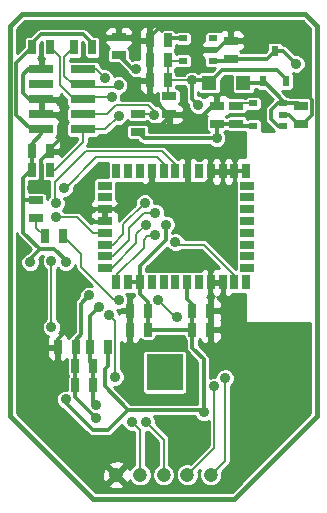
<source format=gbl>
G04 (created by PCBNEW-RS274X (2011-05-25)-stable) date Sat 12 Oct 2013 14:49:29 BST*
G01*
G70*
G90*
%MOIN*%
G04 Gerber Fmt 3.4, Leading zero omitted, Abs format*
%FSLAX34Y34*%
G04 APERTURE LIST*
%ADD10C,0.006000*%
%ADD11C,0.015000*%
%ADD12R,0.030000X0.020000*%
%ADD13R,0.025000X0.045000*%
%ADD14R,0.045000X0.025000*%
%ADD15R,0.040000X0.040000*%
%ADD16C,0.047500*%
%ADD17R,0.081000X0.027500*%
%ADD18R,0.027500X0.047200*%
%ADD19R,0.047200X0.027500*%
%ADD20R,0.024000X0.035000*%
%ADD21R,0.047200X0.047200*%
%ADD22C,0.035000*%
%ADD23C,0.012000*%
%ADD24C,0.008000*%
%ADD25C,0.010000*%
G04 APERTURE END LIST*
G54D10*
G54D11*
X51181Y-31417D02*
X51575Y-31023D01*
X51181Y-44409D02*
X51181Y-31417D01*
X53937Y-47165D02*
X51181Y-44409D01*
X58662Y-47165D02*
X53937Y-47165D01*
X61418Y-44409D02*
X58662Y-47165D01*
X61418Y-31417D02*
X61418Y-44409D01*
X61024Y-31023D02*
X61418Y-31417D01*
X51575Y-31023D02*
X61024Y-31023D01*
G54D12*
X57941Y-31829D03*
X57941Y-32579D03*
X56941Y-31829D03*
X57941Y-32204D03*
X56941Y-32579D03*
X60284Y-33994D03*
X60284Y-34744D03*
X59284Y-33994D03*
X60284Y-34369D03*
X59284Y-34744D03*
G54D13*
X52938Y-38425D03*
X52338Y-38425D03*
G54D14*
X52047Y-37219D03*
X52047Y-37819D03*
X58721Y-34069D03*
X58721Y-34669D03*
X54803Y-31786D03*
X54803Y-32386D03*
G54D13*
X54434Y-42126D03*
X53834Y-42126D03*
X52771Y-42126D03*
X53371Y-42126D03*
X55842Y-31889D03*
X56442Y-31889D03*
G54D14*
X58071Y-34669D03*
X58071Y-34069D03*
G54D13*
X52505Y-36220D03*
X51905Y-36220D03*
G54D14*
X55433Y-34345D03*
X55433Y-34945D03*
G54D13*
X52505Y-32126D03*
X51905Y-32126D03*
X53322Y-32126D03*
X53922Y-32126D03*
G54D14*
X60867Y-34670D03*
X60867Y-34070D03*
X58543Y-32504D03*
X58543Y-31904D03*
G54D13*
X56442Y-32559D03*
X55842Y-32559D03*
G54D14*
X56496Y-34355D03*
X56496Y-33755D03*
G54D13*
X53962Y-43385D03*
X53362Y-43385D03*
X53962Y-42755D03*
X53362Y-42755D03*
G54D15*
X56338Y-42952D03*
X56338Y-42552D03*
X56338Y-43352D03*
X56738Y-43352D03*
X56738Y-42552D03*
X56738Y-42952D03*
X55938Y-42952D03*
X55938Y-42552D03*
X55938Y-43352D03*
G54D16*
X57086Y-46378D03*
X54724Y-46378D03*
X55512Y-46378D03*
X56298Y-46378D03*
X57873Y-46377D03*
G54D17*
X53614Y-34858D03*
X53614Y-34358D03*
X53614Y-33858D03*
X53614Y-33358D03*
X53614Y-32858D03*
X52214Y-32858D03*
X52214Y-33358D03*
X52214Y-33858D03*
X52214Y-34358D03*
X52214Y-34858D03*
G54D13*
X51905Y-35590D03*
X52505Y-35590D03*
X57259Y-41535D03*
X57859Y-41535D03*
X57259Y-40905D03*
X57859Y-40905D03*
X55773Y-40905D03*
X55173Y-40905D03*
X55773Y-41535D03*
X55173Y-41535D03*
G54D18*
X59055Y-39960D03*
X58661Y-39960D03*
X58267Y-39960D03*
X57874Y-39960D03*
X57480Y-39960D03*
X57086Y-39960D03*
X56692Y-39960D03*
X56299Y-39960D03*
X55905Y-39960D03*
X55511Y-39960D03*
X55118Y-39960D03*
X54724Y-39960D03*
G54D19*
X54330Y-39487D03*
X54330Y-39094D03*
X54330Y-38700D03*
X54330Y-38306D03*
X54330Y-37913D03*
X54330Y-37519D03*
X54330Y-37125D03*
X54330Y-36732D03*
G54D18*
X54724Y-36260D03*
X55118Y-36260D03*
X55511Y-36260D03*
X55905Y-36260D03*
X56299Y-36260D03*
X56692Y-36260D03*
X57086Y-36260D03*
X57480Y-36260D03*
X57874Y-36260D03*
X58267Y-36260D03*
X58661Y-36260D03*
X59055Y-36260D03*
G54D19*
X59094Y-36732D03*
X59094Y-37125D03*
X59094Y-37519D03*
X59094Y-37913D03*
X59094Y-38306D03*
X59094Y-38700D03*
X59094Y-39094D03*
X59094Y-39487D03*
G54D20*
X59625Y-33255D03*
X60375Y-33255D03*
X60000Y-32255D03*
G54D21*
X58957Y-33307D03*
X57815Y-33307D03*
G54D13*
X56442Y-33228D03*
X55842Y-33228D03*
G54D22*
X56378Y-38031D03*
X53032Y-39291D03*
X51851Y-39291D03*
X58071Y-35157D03*
X57638Y-44291D03*
X53032Y-43858D03*
X54685Y-43110D03*
X54488Y-41063D03*
X56122Y-40551D03*
X56752Y-41102D03*
X51929Y-36811D03*
X52874Y-33937D03*
X60945Y-33582D03*
X53977Y-35275D03*
X55669Y-36850D03*
X53070Y-41457D03*
X53819Y-40393D03*
X54055Y-44488D03*
X52717Y-37795D03*
X52992Y-36811D03*
X55709Y-38031D03*
X55669Y-37322D03*
X54803Y-33385D03*
X56024Y-37637D03*
X56024Y-38385D03*
X52717Y-37322D03*
X56693Y-38622D03*
X54331Y-33149D03*
X52559Y-41456D03*
X52559Y-39251D03*
X60709Y-32677D03*
X55394Y-32834D03*
X54803Y-40551D03*
X55984Y-34370D03*
X54567Y-33779D03*
X57441Y-34055D03*
X57244Y-33228D03*
X54803Y-34409D03*
X55236Y-44606D03*
X57992Y-43425D03*
X58346Y-43149D03*
X55708Y-44606D03*
X54134Y-40787D03*
X54055Y-44055D03*
G54D23*
X55773Y-41535D02*
X57259Y-41535D01*
X55773Y-40905D02*
X55773Y-41535D01*
X55511Y-39960D02*
X55511Y-40352D01*
X55773Y-40614D02*
X55773Y-40905D01*
X55511Y-40352D02*
X55773Y-40614D01*
X52047Y-37219D02*
X51614Y-37219D01*
X51905Y-36220D02*
X51890Y-36220D01*
X51614Y-38307D02*
X52165Y-38858D01*
X51614Y-36496D02*
X51614Y-37219D01*
X51614Y-37219D02*
X51614Y-38307D01*
X51890Y-36220D02*
X51614Y-36496D01*
X56378Y-38503D02*
X56378Y-38543D01*
X56378Y-38031D02*
X56378Y-38503D01*
X55511Y-39410D02*
X55511Y-39960D01*
X56378Y-38543D02*
X55511Y-39410D01*
X52362Y-38858D02*
X52165Y-38858D01*
X53032Y-39291D02*
X53032Y-39228D01*
X53032Y-39228D02*
X52662Y-38858D01*
X52662Y-38858D02*
X52362Y-38858D01*
X51851Y-39172D02*
X51851Y-39291D01*
X52165Y-38858D02*
X51851Y-39172D01*
X58071Y-35157D02*
X55645Y-35157D01*
X55645Y-35157D02*
X55433Y-34945D01*
X58071Y-34669D02*
X58071Y-35157D01*
X58721Y-34669D02*
X58071Y-34669D01*
X59284Y-34744D02*
X58796Y-34744D01*
X58796Y-34744D02*
X58721Y-34669D01*
X57638Y-44291D02*
X57638Y-42520D01*
X57638Y-42520D02*
X57259Y-42141D01*
X57259Y-42141D02*
X57259Y-41535D01*
X55511Y-39960D02*
X55118Y-39960D01*
X57086Y-39960D02*
X57086Y-40511D01*
X57259Y-40684D02*
X57259Y-40905D01*
X57086Y-40511D02*
X57259Y-40684D01*
X57259Y-41535D02*
X57259Y-40905D01*
X54434Y-42126D02*
X54434Y-42731D01*
X54331Y-43425D02*
X55118Y-44212D01*
X54331Y-42834D02*
X54331Y-43425D01*
X54434Y-42731D02*
X54331Y-42834D01*
X51905Y-32126D02*
X51905Y-31992D01*
X51905Y-31992D02*
X52205Y-31692D01*
X52205Y-31692D02*
X53622Y-31692D01*
X53622Y-31692D02*
X53922Y-31992D01*
X53922Y-31992D02*
X53922Y-32126D01*
X52214Y-34858D02*
X51866Y-34858D01*
X51378Y-32653D02*
X51905Y-32126D01*
X51378Y-34370D02*
X51378Y-32653D01*
X51866Y-34858D02*
X51378Y-34370D01*
X51905Y-36220D02*
X51905Y-35590D01*
X52214Y-34858D02*
X52214Y-35030D01*
X51905Y-35339D02*
X51905Y-35590D01*
X52214Y-35030D02*
X51905Y-35339D01*
X54449Y-44881D02*
X53937Y-44881D01*
X57638Y-44291D02*
X57559Y-44212D01*
X57559Y-44212D02*
X55118Y-44212D01*
X55118Y-44212D02*
X54449Y-44881D01*
X53032Y-43976D02*
X53032Y-43858D01*
X53937Y-44881D02*
X53032Y-43976D01*
G54D24*
X54685Y-43110D02*
X54685Y-41260D01*
X54685Y-41260D02*
X54488Y-41063D01*
X56122Y-40551D02*
X56673Y-41102D01*
X56673Y-41102D02*
X56752Y-41102D01*
G54D23*
X55173Y-40905D02*
X55173Y-41535D01*
X52205Y-35890D02*
X52505Y-35590D01*
X52205Y-36535D02*
X52205Y-35890D01*
X51929Y-36811D02*
X52205Y-36535D01*
X55842Y-31889D02*
X55842Y-31795D01*
X58543Y-31653D02*
X58543Y-31904D01*
X58386Y-31496D02*
X58543Y-31653D01*
X56141Y-31496D02*
X58386Y-31496D01*
X55842Y-31795D02*
X56141Y-31496D01*
X58543Y-31904D02*
X59182Y-31904D01*
X59182Y-31904D02*
X59433Y-31653D01*
X57941Y-32204D02*
X58071Y-32204D01*
X58071Y-32204D02*
X58371Y-31904D01*
X58371Y-31904D02*
X58543Y-31904D01*
X56496Y-34355D02*
X56442Y-34355D01*
X55842Y-33755D02*
X55842Y-33228D01*
X56442Y-34355D02*
X55842Y-33755D01*
X55842Y-32559D02*
X55842Y-33228D01*
X55842Y-31889D02*
X55842Y-32559D01*
X56496Y-34355D02*
X57112Y-34355D01*
X57938Y-34069D02*
X58071Y-34069D01*
X57559Y-34448D02*
X57938Y-34069D01*
X57205Y-34448D02*
X57559Y-34448D01*
X57112Y-34355D02*
X57205Y-34448D01*
X52214Y-33858D02*
X52795Y-33858D01*
X52795Y-33858D02*
X52874Y-33937D01*
X60867Y-34670D02*
X60960Y-34670D01*
X61260Y-33897D02*
X60945Y-33582D01*
X61260Y-34370D02*
X61260Y-33897D01*
X60960Y-34670D02*
X61260Y-34370D01*
X56496Y-34355D02*
X56496Y-34449D01*
X54449Y-35275D02*
X53977Y-35275D01*
X55079Y-34645D02*
X54449Y-35275D01*
X55748Y-34645D02*
X55079Y-34645D01*
X55906Y-34803D02*
X55748Y-34645D01*
X56142Y-34803D02*
X55906Y-34803D01*
X56496Y-34449D02*
X56142Y-34803D01*
X60284Y-34369D02*
X60472Y-34369D01*
X60773Y-34670D02*
X60867Y-34670D01*
X60472Y-34369D02*
X60773Y-34670D01*
X55669Y-36850D02*
X55354Y-36850D01*
X54685Y-37519D02*
X54330Y-37519D01*
X55354Y-36850D02*
X54685Y-37519D01*
X55905Y-36260D02*
X55905Y-36614D01*
X55905Y-36614D02*
X55669Y-36850D01*
X55827Y-36692D02*
X56102Y-36692D01*
X55669Y-36850D02*
X55827Y-36692D01*
X57086Y-36260D02*
X57086Y-36692D01*
X57874Y-36260D02*
X57874Y-36495D01*
X57677Y-36692D02*
X57086Y-36692D01*
X57086Y-36692D02*
X56102Y-36692D01*
X57874Y-36495D02*
X57677Y-36692D01*
X54330Y-37913D02*
X54330Y-37519D01*
X58267Y-36260D02*
X57874Y-36260D01*
X58661Y-36260D02*
X58267Y-36260D01*
X59055Y-36260D02*
X58661Y-36260D01*
X57874Y-39960D02*
X58267Y-39960D01*
X57859Y-40905D02*
X57859Y-41535D01*
X57874Y-39960D02*
X57874Y-40890D01*
X57874Y-40890D02*
X57859Y-40905D01*
X52771Y-42126D02*
X52401Y-42126D01*
X52284Y-42243D02*
X52284Y-43938D01*
X52284Y-43938D02*
X54724Y-46378D01*
X52401Y-42126D02*
X52284Y-42243D01*
X53070Y-41457D02*
X53070Y-41536D01*
X52771Y-41835D02*
X52771Y-42126D01*
X53070Y-41536D02*
X52771Y-41835D01*
X52771Y-42126D02*
X52771Y-42101D01*
X52214Y-33858D02*
X51812Y-33858D01*
X51787Y-32858D02*
X52214Y-32858D01*
X51614Y-33031D02*
X51787Y-32858D01*
X51614Y-33660D02*
X51614Y-33031D01*
X51812Y-33858D02*
X51614Y-33660D01*
X52214Y-34358D02*
X52214Y-33858D01*
X52505Y-35590D02*
X52505Y-35526D01*
X52665Y-34358D02*
X52214Y-34358D01*
X52874Y-34567D02*
X52665Y-34358D01*
X52874Y-35157D02*
X52874Y-34567D01*
X52505Y-35526D02*
X52874Y-35157D01*
X53371Y-42126D02*
X53371Y-41865D01*
X53543Y-40669D02*
X53819Y-40393D01*
X53543Y-41693D02*
X53543Y-40669D01*
X53371Y-41865D02*
X53543Y-41693D01*
X53362Y-42755D02*
X53362Y-42135D01*
X53362Y-42135D02*
X53371Y-42126D01*
X53362Y-43385D02*
X53362Y-42755D01*
X53362Y-43385D02*
X53362Y-43795D01*
X53362Y-43795D02*
X54055Y-44488D01*
G54D24*
X52717Y-37795D02*
X53425Y-37795D01*
X53936Y-38306D02*
X54330Y-38306D01*
X53425Y-37795D02*
X53936Y-38306D01*
X52717Y-37795D02*
X52797Y-37715D01*
X52992Y-36811D02*
X53032Y-36811D01*
X56299Y-36023D02*
X56299Y-36260D01*
X56063Y-35787D02*
X56299Y-36023D01*
X54056Y-35787D02*
X56063Y-35787D01*
X53032Y-36811D02*
X54056Y-35787D01*
X54567Y-39487D02*
X54330Y-39487D01*
X55394Y-38660D02*
X54567Y-39487D01*
X55394Y-38346D02*
X55394Y-38660D01*
X55709Y-38031D02*
X55394Y-38346D01*
G54D23*
X56941Y-31829D02*
X56502Y-31829D01*
X56502Y-31829D02*
X56442Y-31889D01*
G54D24*
X54606Y-38700D02*
X54330Y-38700D01*
X54961Y-38345D02*
X54606Y-38700D01*
X54961Y-38030D02*
X54961Y-38345D01*
X55669Y-37322D02*
X54961Y-38030D01*
X53720Y-33464D02*
X53614Y-33358D01*
X54724Y-33464D02*
X53720Y-33464D01*
X54803Y-33385D02*
X54724Y-33464D01*
X53614Y-33358D02*
X53280Y-33358D01*
X52992Y-32456D02*
X53322Y-32126D01*
X52992Y-33070D02*
X52992Y-32456D01*
X53280Y-33358D02*
X52992Y-33070D01*
X54606Y-39094D02*
X54330Y-39094D01*
X55158Y-38542D02*
X54606Y-39094D01*
X55158Y-38149D02*
X55158Y-38542D01*
X55653Y-37654D02*
X55158Y-38149D01*
X56007Y-37654D02*
X55653Y-37654D01*
X56024Y-37637D02*
X56007Y-37654D01*
X54724Y-39725D02*
X54724Y-39960D01*
X55630Y-38819D02*
X54724Y-39725D01*
X55630Y-38543D02*
X55630Y-38819D01*
X55748Y-38425D02*
X55630Y-38543D01*
X55984Y-38425D02*
X55748Y-38425D01*
X56024Y-38385D02*
X55984Y-38425D01*
X52677Y-36614D02*
X53701Y-35590D01*
X56692Y-36022D02*
X56692Y-36260D01*
X56260Y-35590D02*
X56692Y-36022D01*
X53701Y-35590D02*
X56260Y-35590D01*
X52677Y-37282D02*
X52677Y-36614D01*
X52677Y-36614D02*
X52677Y-36653D01*
X52717Y-37322D02*
X52677Y-37282D01*
X58661Y-39724D02*
X58661Y-39960D01*
X57637Y-38700D02*
X58661Y-39724D01*
X56692Y-38700D02*
X57637Y-38700D01*
X56693Y-38622D02*
X56692Y-38700D01*
X54040Y-32858D02*
X53614Y-32858D01*
X54331Y-33149D02*
X54040Y-32858D01*
X52559Y-39251D02*
X52559Y-41456D01*
X59284Y-33994D02*
X58796Y-33994D01*
X58796Y-33994D02*
X58721Y-34069D01*
G54D23*
X60000Y-32255D02*
X60287Y-32255D01*
X60287Y-32255D02*
X60709Y-32677D01*
X58543Y-32504D02*
X59751Y-32504D01*
X59751Y-32504D02*
X60000Y-32255D01*
X57941Y-32579D02*
X58468Y-32579D01*
X58468Y-32579D02*
X58543Y-32504D01*
X55394Y-32834D02*
X55251Y-32834D01*
X55251Y-32834D02*
X54803Y-32386D01*
G54D24*
X55394Y-32834D02*
X55394Y-32795D01*
X53543Y-39030D02*
X52938Y-38425D01*
X53543Y-39448D02*
X53543Y-39030D01*
X54606Y-40511D02*
X53543Y-39448D01*
X54763Y-40511D02*
X54606Y-40511D01*
X54803Y-40551D02*
X54763Y-40511D01*
X52047Y-37819D02*
X52047Y-38134D01*
X52047Y-38134D02*
X52338Y-38425D01*
G54D23*
X60284Y-34744D02*
X60099Y-34744D01*
X60100Y-33994D02*
X60284Y-33994D01*
X59882Y-34212D02*
X60100Y-33994D01*
X59882Y-34527D02*
X59882Y-34212D01*
X60099Y-34744D02*
X59882Y-34527D01*
X60284Y-33994D02*
X60791Y-33994D01*
X60791Y-33994D02*
X60867Y-34070D01*
X59625Y-33255D02*
X59634Y-33255D01*
X60284Y-33905D02*
X60284Y-33994D01*
X59634Y-33255D02*
X60284Y-33905D01*
X58957Y-33307D02*
X59573Y-33307D01*
X59573Y-33307D02*
X59625Y-33255D01*
G54D24*
X59573Y-33307D02*
X59625Y-33255D01*
X55984Y-34370D02*
X55984Y-34252D01*
X55787Y-34055D02*
X54724Y-34055D01*
X54724Y-34055D02*
X54421Y-34358D01*
X53614Y-34358D02*
X54421Y-34358D01*
X55959Y-34345D02*
X55984Y-34370D01*
X55959Y-34345D02*
X55433Y-34345D01*
X55984Y-34252D02*
X55787Y-34055D01*
X54567Y-33779D02*
X53693Y-33779D01*
X53693Y-33779D02*
X53614Y-33858D01*
X53614Y-33858D02*
X53308Y-33858D01*
X52830Y-32451D02*
X52505Y-32126D01*
X52830Y-33380D02*
X52830Y-32451D01*
X53308Y-33858D02*
X52830Y-33380D01*
X57244Y-33228D02*
X56442Y-33228D01*
X56442Y-33228D02*
X56442Y-33701D01*
X56442Y-33701D02*
X56496Y-33755D01*
X56442Y-32559D02*
X56442Y-33228D01*
X56941Y-32579D02*
X56462Y-32579D01*
X56462Y-32579D02*
X56442Y-32559D01*
G54D23*
X57244Y-33228D02*
X57244Y-33858D01*
X57244Y-33858D02*
X57441Y-34055D01*
X57244Y-33228D02*
X57736Y-33228D01*
X57736Y-33228D02*
X57815Y-33307D01*
X60375Y-33255D02*
X60375Y-33170D01*
X60375Y-33170D02*
X60079Y-32874D01*
X60079Y-32874D02*
X58248Y-32874D01*
X58248Y-32874D02*
X57815Y-33307D01*
G54D24*
X53614Y-34858D02*
X53614Y-35283D01*
X52677Y-36220D02*
X52505Y-36220D01*
X53614Y-35283D02*
X52677Y-36220D01*
X54354Y-34858D02*
X53614Y-34858D01*
X54803Y-34409D02*
X54354Y-34858D01*
X55512Y-44882D02*
X55512Y-46378D01*
X55236Y-44606D02*
X55512Y-44882D01*
X57992Y-43425D02*
X57992Y-45472D01*
X57992Y-45472D02*
X57086Y-46378D01*
X58346Y-43740D02*
X58346Y-45904D01*
X58346Y-43149D02*
X58346Y-43740D01*
X58346Y-45904D02*
X57873Y-46377D01*
X56299Y-46121D02*
X56299Y-46377D01*
X55708Y-44606D02*
X56300Y-45198D01*
X56300Y-45198D02*
X56299Y-46121D01*
X56299Y-46377D02*
X56298Y-46378D01*
G54D23*
X53834Y-42126D02*
X53834Y-41087D01*
X53834Y-41087D02*
X54134Y-40787D01*
X53834Y-42126D02*
X53834Y-42627D01*
X53834Y-42627D02*
X53962Y-42755D01*
X53962Y-43385D02*
X53962Y-42755D01*
X53962Y-43385D02*
X53962Y-43962D01*
X53962Y-43962D02*
X54055Y-44055D01*
G54D10*
G36*
X52312Y-32484D02*
X52264Y-32533D01*
X52264Y-32758D01*
X52264Y-32808D01*
X52264Y-32908D01*
X52164Y-32908D01*
X52164Y-32808D01*
X52164Y-32758D01*
X52164Y-32533D01*
X52110Y-32479D01*
X52115Y-32477D01*
X52157Y-32435D01*
X52179Y-32380D01*
X52179Y-32321D01*
X52179Y-32014D01*
X52231Y-31962D01*
X52231Y-32381D01*
X52254Y-32436D01*
X52296Y-32478D01*
X52312Y-32484D01*
X52312Y-32484D01*
G37*
G54D25*
X52312Y-32484D02*
X52264Y-32533D01*
X52264Y-32758D01*
X52264Y-32808D01*
X52264Y-32908D01*
X52164Y-32908D01*
X52164Y-32808D01*
X52164Y-32758D01*
X52164Y-32533D01*
X52110Y-32479D01*
X52115Y-32477D01*
X52157Y-32435D01*
X52179Y-32380D01*
X52179Y-32321D01*
X52179Y-32014D01*
X52231Y-31962D01*
X52231Y-32381D01*
X52254Y-32436D01*
X52296Y-32478D01*
X52312Y-32484D01*
G54D10*
G36*
X52490Y-36594D02*
X52487Y-36614D01*
X52487Y-36653D01*
X52487Y-37092D01*
X52442Y-37137D01*
X52421Y-37187D01*
X52421Y-37064D01*
X52398Y-37009D01*
X52356Y-36967D01*
X52301Y-36945D01*
X52242Y-36945D01*
X51824Y-36945D01*
X51824Y-36594D01*
X52060Y-36594D01*
X52115Y-36571D01*
X52157Y-36529D01*
X52179Y-36474D01*
X52179Y-36415D01*
X52179Y-35966D01*
X52231Y-36018D01*
X52231Y-36025D01*
X52231Y-36475D01*
X52254Y-36530D01*
X52296Y-36572D01*
X52351Y-36594D01*
X52410Y-36594D01*
X52490Y-36594D01*
X52490Y-36594D01*
G37*
G54D25*
X52490Y-36594D02*
X52487Y-36614D01*
X52487Y-36653D01*
X52487Y-37092D01*
X52442Y-37137D01*
X52421Y-37187D01*
X52421Y-37064D01*
X52398Y-37009D01*
X52356Y-36967D01*
X52301Y-36945D01*
X52242Y-36945D01*
X51824Y-36945D01*
X51824Y-36594D01*
X52060Y-36594D01*
X52115Y-36571D01*
X52157Y-36529D01*
X52179Y-36474D01*
X52179Y-36415D01*
X52179Y-35966D01*
X52231Y-36018D01*
X52231Y-36025D01*
X52231Y-36475D01*
X52254Y-36530D01*
X52296Y-36572D01*
X52351Y-36594D01*
X52410Y-36594D01*
X52490Y-36594D01*
G54D10*
G36*
X53424Y-35205D02*
X52879Y-35749D01*
X52880Y-35702D01*
X52818Y-35640D01*
X52605Y-35640D01*
X52555Y-35640D01*
X52455Y-35640D01*
X52455Y-35540D01*
X52555Y-35540D01*
X52605Y-35540D01*
X52818Y-35540D01*
X52880Y-35478D01*
X52879Y-35414D01*
X52879Y-35315D01*
X52841Y-35224D01*
X52771Y-35154D01*
X52697Y-35123D01*
X52704Y-35121D01*
X52746Y-35079D01*
X52768Y-35024D01*
X52768Y-34965D01*
X52768Y-34698D01*
X52830Y-34636D01*
X52868Y-34544D01*
X52869Y-34470D01*
X52869Y-34246D01*
X52868Y-34172D01*
X52841Y-34108D01*
X52868Y-34044D01*
X52869Y-33970D01*
X52807Y-33908D01*
X52264Y-33908D01*
X52264Y-34033D01*
X52264Y-34183D01*
X52264Y-34308D01*
X52807Y-34308D01*
X52869Y-34246D01*
X52869Y-34470D01*
X52807Y-34408D01*
X52314Y-34408D01*
X52264Y-34408D01*
X52164Y-34408D01*
X52164Y-34308D01*
X52164Y-34258D01*
X52164Y-34183D01*
X52164Y-34033D01*
X52164Y-33958D01*
X52164Y-33908D01*
X52164Y-33808D01*
X52264Y-33808D01*
X52314Y-33808D01*
X52807Y-33808D01*
X52869Y-33746D01*
X52868Y-33686D01*
X53060Y-33878D01*
X53060Y-34025D01*
X53083Y-34080D01*
X53111Y-34108D01*
X53082Y-34137D01*
X53060Y-34192D01*
X53060Y-34251D01*
X53060Y-34525D01*
X53083Y-34580D01*
X53111Y-34608D01*
X53082Y-34637D01*
X53060Y-34692D01*
X53060Y-34751D01*
X53060Y-35025D01*
X53083Y-35080D01*
X53125Y-35122D01*
X53180Y-35144D01*
X53239Y-35144D01*
X53424Y-35144D01*
X53424Y-35205D01*
X53424Y-35205D01*
G37*
G54D25*
X53424Y-35205D02*
X52879Y-35749D01*
X52880Y-35702D01*
X52818Y-35640D01*
X52605Y-35640D01*
X52555Y-35640D01*
X52455Y-35640D01*
X52455Y-35540D01*
X52555Y-35540D01*
X52605Y-35540D01*
X52818Y-35540D01*
X52880Y-35478D01*
X52879Y-35414D01*
X52879Y-35315D01*
X52841Y-35224D01*
X52771Y-35154D01*
X52697Y-35123D01*
X52704Y-35121D01*
X52746Y-35079D01*
X52768Y-35024D01*
X52768Y-34965D01*
X52768Y-34698D01*
X52830Y-34636D01*
X52868Y-34544D01*
X52869Y-34470D01*
X52869Y-34246D01*
X52868Y-34172D01*
X52841Y-34108D01*
X52868Y-34044D01*
X52869Y-33970D01*
X52807Y-33908D01*
X52264Y-33908D01*
X52264Y-34033D01*
X52264Y-34183D01*
X52264Y-34308D01*
X52807Y-34308D01*
X52869Y-34246D01*
X52869Y-34470D01*
X52807Y-34408D01*
X52314Y-34408D01*
X52264Y-34408D01*
X52164Y-34408D01*
X52164Y-34308D01*
X52164Y-34258D01*
X52164Y-34183D01*
X52164Y-34033D01*
X52164Y-33958D01*
X52164Y-33908D01*
X52164Y-33808D01*
X52264Y-33808D01*
X52314Y-33808D01*
X52807Y-33808D01*
X52869Y-33746D01*
X52868Y-33686D01*
X53060Y-33878D01*
X53060Y-34025D01*
X53083Y-34080D01*
X53111Y-34108D01*
X53082Y-34137D01*
X53060Y-34192D01*
X53060Y-34251D01*
X53060Y-34525D01*
X53083Y-34580D01*
X53111Y-34608D01*
X53082Y-34637D01*
X53060Y-34692D01*
X53060Y-34751D01*
X53060Y-35025D01*
X53083Y-35080D01*
X53125Y-35122D01*
X53180Y-35144D01*
X53239Y-35144D01*
X53424Y-35144D01*
X53424Y-35205D01*
G54D10*
G36*
X53902Y-40075D02*
X53884Y-40068D01*
X53755Y-40068D01*
X53635Y-40117D01*
X53544Y-40208D01*
X53494Y-40328D01*
X53494Y-40421D01*
X53395Y-40521D01*
X53349Y-40588D01*
X53346Y-40601D01*
X53333Y-40669D01*
X53333Y-41606D01*
X53223Y-41717D01*
X53192Y-41761D01*
X53161Y-41775D01*
X53127Y-41808D01*
X53107Y-41760D01*
X53037Y-41690D01*
X52945Y-41652D01*
X52883Y-41651D01*
X52871Y-41663D01*
X52871Y-41651D01*
X52824Y-41651D01*
X52834Y-41641D01*
X52884Y-41521D01*
X52884Y-41392D01*
X52835Y-41272D01*
X52749Y-41186D01*
X52749Y-39521D01*
X52775Y-39494D01*
X52847Y-39566D01*
X52967Y-39616D01*
X53096Y-39616D01*
X53216Y-39567D01*
X53307Y-39476D01*
X53353Y-39365D01*
X53353Y-39448D01*
X53367Y-39521D01*
X53409Y-39582D01*
X53902Y-40075D01*
X53902Y-40075D01*
G37*
G54D25*
X53902Y-40075D02*
X53884Y-40068D01*
X53755Y-40068D01*
X53635Y-40117D01*
X53544Y-40208D01*
X53494Y-40328D01*
X53494Y-40421D01*
X53395Y-40521D01*
X53349Y-40588D01*
X53346Y-40601D01*
X53333Y-40669D01*
X53333Y-41606D01*
X53223Y-41717D01*
X53192Y-41761D01*
X53161Y-41775D01*
X53127Y-41808D01*
X53107Y-41760D01*
X53037Y-41690D01*
X52945Y-41652D01*
X52883Y-41651D01*
X52871Y-41663D01*
X52871Y-41651D01*
X52824Y-41651D01*
X52834Y-41641D01*
X52884Y-41521D01*
X52884Y-41392D01*
X52835Y-41272D01*
X52749Y-41186D01*
X52749Y-39521D01*
X52775Y-39494D01*
X52847Y-39566D01*
X52967Y-39616D01*
X53096Y-39616D01*
X53216Y-39567D01*
X53307Y-39476D01*
X53353Y-39365D01*
X53353Y-39448D01*
X53367Y-39521D01*
X53409Y-39582D01*
X53902Y-40075D01*
G54D10*
G36*
X57428Y-44002D02*
X57087Y-44002D01*
X57087Y-43581D01*
X57087Y-43522D01*
X57087Y-43181D01*
X57087Y-43122D01*
X57087Y-42781D01*
X57087Y-42722D01*
X57087Y-42322D01*
X57064Y-42267D01*
X57022Y-42225D01*
X56967Y-42203D01*
X56908Y-42203D01*
X56567Y-42203D01*
X56508Y-42203D01*
X56167Y-42203D01*
X56108Y-42203D01*
X55708Y-42203D01*
X55653Y-42226D01*
X55611Y-42268D01*
X55589Y-42323D01*
X55589Y-42382D01*
X55589Y-42723D01*
X55589Y-42782D01*
X55589Y-43123D01*
X55589Y-43182D01*
X55589Y-43582D01*
X55612Y-43637D01*
X55654Y-43679D01*
X55709Y-43701D01*
X55768Y-43701D01*
X56109Y-43701D01*
X56168Y-43701D01*
X56509Y-43701D01*
X56568Y-43701D01*
X56968Y-43701D01*
X57023Y-43678D01*
X57065Y-43636D01*
X57087Y-43581D01*
X57087Y-44002D01*
X55204Y-44002D01*
X54637Y-43435D01*
X54749Y-43435D01*
X54869Y-43386D01*
X54960Y-43295D01*
X55010Y-43175D01*
X55010Y-43046D01*
X54961Y-42926D01*
X54875Y-42840D01*
X54875Y-41939D01*
X54907Y-41971D01*
X54999Y-42009D01*
X55061Y-42010D01*
X55123Y-41948D01*
X55123Y-41635D01*
X55123Y-41585D01*
X55123Y-41485D01*
X55123Y-41435D01*
X55123Y-41318D01*
X55123Y-41122D01*
X55123Y-40955D01*
X54860Y-40955D01*
X54813Y-41002D01*
X54813Y-40999D01*
X54764Y-40879D01*
X54761Y-40876D01*
X54867Y-40876D01*
X54918Y-40855D01*
X55123Y-40855D01*
X55123Y-40628D01*
X55128Y-40616D01*
X55128Y-40487D01*
X55079Y-40367D01*
X55057Y-40345D01*
X55285Y-40345D01*
X55301Y-40338D01*
X55301Y-40352D01*
X55314Y-40419D01*
X55316Y-40430D01*
X55285Y-40430D01*
X55223Y-40492D01*
X55223Y-40805D01*
X55223Y-40855D01*
X55223Y-40955D01*
X55223Y-41005D01*
X55223Y-41122D01*
X55223Y-41318D01*
X55223Y-41435D01*
X55223Y-41485D01*
X55223Y-41585D01*
X55223Y-41635D01*
X55223Y-41948D01*
X55285Y-42010D01*
X55347Y-42009D01*
X55439Y-41971D01*
X55509Y-41901D01*
X55529Y-41852D01*
X55564Y-41887D01*
X55619Y-41909D01*
X55678Y-41909D01*
X55928Y-41909D01*
X55983Y-41886D01*
X56025Y-41844D01*
X56047Y-41789D01*
X56047Y-41745D01*
X56985Y-41745D01*
X56985Y-41790D01*
X57008Y-41845D01*
X57049Y-41886D01*
X57049Y-42141D01*
X57062Y-42208D01*
X57065Y-42222D01*
X57111Y-42289D01*
X57428Y-42606D01*
X57428Y-44002D01*
X57428Y-44002D01*
G37*
G54D25*
X57428Y-44002D02*
X57087Y-44002D01*
X57087Y-43581D01*
X57087Y-43522D01*
X57087Y-43181D01*
X57087Y-43122D01*
X57087Y-42781D01*
X57087Y-42722D01*
X57087Y-42322D01*
X57064Y-42267D01*
X57022Y-42225D01*
X56967Y-42203D01*
X56908Y-42203D01*
X56567Y-42203D01*
X56508Y-42203D01*
X56167Y-42203D01*
X56108Y-42203D01*
X55708Y-42203D01*
X55653Y-42226D01*
X55611Y-42268D01*
X55589Y-42323D01*
X55589Y-42382D01*
X55589Y-42723D01*
X55589Y-42782D01*
X55589Y-43123D01*
X55589Y-43182D01*
X55589Y-43582D01*
X55612Y-43637D01*
X55654Y-43679D01*
X55709Y-43701D01*
X55768Y-43701D01*
X56109Y-43701D01*
X56168Y-43701D01*
X56509Y-43701D01*
X56568Y-43701D01*
X56968Y-43701D01*
X57023Y-43678D01*
X57065Y-43636D01*
X57087Y-43581D01*
X57087Y-44002D01*
X55204Y-44002D01*
X54637Y-43435D01*
X54749Y-43435D01*
X54869Y-43386D01*
X54960Y-43295D01*
X55010Y-43175D01*
X55010Y-43046D01*
X54961Y-42926D01*
X54875Y-42840D01*
X54875Y-41939D01*
X54907Y-41971D01*
X54999Y-42009D01*
X55061Y-42010D01*
X55123Y-41948D01*
X55123Y-41635D01*
X55123Y-41585D01*
X55123Y-41485D01*
X55123Y-41435D01*
X55123Y-41318D01*
X55123Y-41122D01*
X55123Y-40955D01*
X54860Y-40955D01*
X54813Y-41002D01*
X54813Y-40999D01*
X54764Y-40879D01*
X54761Y-40876D01*
X54867Y-40876D01*
X54918Y-40855D01*
X55123Y-40855D01*
X55123Y-40628D01*
X55128Y-40616D01*
X55128Y-40487D01*
X55079Y-40367D01*
X55057Y-40345D01*
X55285Y-40345D01*
X55301Y-40338D01*
X55301Y-40352D01*
X55314Y-40419D01*
X55316Y-40430D01*
X55285Y-40430D01*
X55223Y-40492D01*
X55223Y-40805D01*
X55223Y-40855D01*
X55223Y-40955D01*
X55223Y-41005D01*
X55223Y-41122D01*
X55223Y-41318D01*
X55223Y-41435D01*
X55223Y-41485D01*
X55223Y-41585D01*
X55223Y-41635D01*
X55223Y-41948D01*
X55285Y-42010D01*
X55347Y-42009D01*
X55439Y-41971D01*
X55509Y-41901D01*
X55529Y-41852D01*
X55564Y-41887D01*
X55619Y-41909D01*
X55678Y-41909D01*
X55928Y-41909D01*
X55983Y-41886D01*
X56025Y-41844D01*
X56047Y-41789D01*
X56047Y-41745D01*
X56985Y-41745D01*
X56985Y-41790D01*
X57008Y-41845D01*
X57049Y-41886D01*
X57049Y-42141D01*
X57062Y-42208D01*
X57065Y-42222D01*
X57111Y-42289D01*
X57428Y-42606D01*
X57428Y-44002D01*
G54D10*
G36*
X59005Y-35774D02*
X58955Y-35774D01*
X58955Y-35786D01*
X58943Y-35774D01*
X58869Y-35775D01*
X58858Y-35779D01*
X58847Y-35775D01*
X58773Y-35774D01*
X58711Y-35836D01*
X58711Y-35879D01*
X58707Y-35883D01*
X58669Y-35974D01*
X58669Y-36073D01*
X58668Y-36148D01*
X58711Y-36191D01*
X58711Y-36210D01*
X58711Y-36310D01*
X58711Y-36329D01*
X58668Y-36372D01*
X58669Y-36447D01*
X58669Y-36546D01*
X58707Y-36637D01*
X58709Y-36639D01*
X58709Y-36899D01*
X58721Y-36928D01*
X58709Y-36959D01*
X58709Y-37018D01*
X58709Y-37292D01*
X58721Y-37321D01*
X58709Y-37353D01*
X58709Y-37412D01*
X58709Y-37686D01*
X58721Y-37715D01*
X58709Y-37747D01*
X58709Y-37806D01*
X58709Y-38080D01*
X58721Y-38109D01*
X58709Y-38140D01*
X58709Y-38199D01*
X58709Y-38473D01*
X58721Y-38502D01*
X58709Y-38534D01*
X58709Y-38593D01*
X58709Y-38867D01*
X58721Y-38896D01*
X58709Y-38928D01*
X58709Y-38987D01*
X58709Y-39261D01*
X58721Y-39290D01*
X58709Y-39321D01*
X58709Y-39380D01*
X58709Y-39504D01*
X58654Y-39449D01*
X58654Y-36372D01*
X58654Y-36148D01*
X58653Y-36073D01*
X58653Y-35974D01*
X58615Y-35883D01*
X58611Y-35879D01*
X58611Y-35836D01*
X58549Y-35774D01*
X58475Y-35775D01*
X58464Y-35779D01*
X58453Y-35775D01*
X58379Y-35774D01*
X58317Y-35836D01*
X58317Y-35879D01*
X58313Y-35883D01*
X58275Y-35974D01*
X58275Y-36073D01*
X58274Y-36148D01*
X58317Y-36191D01*
X58317Y-36210D01*
X58336Y-36210D01*
X58592Y-36210D01*
X58611Y-36210D01*
X58611Y-36191D01*
X58654Y-36148D01*
X58654Y-36372D01*
X58611Y-36329D01*
X58611Y-36310D01*
X58592Y-36310D01*
X58336Y-36310D01*
X58317Y-36310D01*
X58317Y-36329D01*
X58274Y-36372D01*
X58275Y-36447D01*
X58275Y-36546D01*
X58313Y-36637D01*
X58317Y-36641D01*
X58317Y-36684D01*
X58379Y-36746D01*
X58453Y-36745D01*
X58464Y-36740D01*
X58475Y-36745D01*
X58549Y-36746D01*
X58611Y-36684D01*
X58611Y-36641D01*
X58615Y-36637D01*
X58653Y-36546D01*
X58653Y-36447D01*
X58654Y-36372D01*
X58654Y-39449D01*
X58261Y-39056D01*
X58261Y-36372D01*
X58261Y-36148D01*
X58260Y-36073D01*
X58260Y-35974D01*
X58222Y-35883D01*
X58217Y-35878D01*
X58217Y-35836D01*
X58155Y-35774D01*
X58081Y-35775D01*
X58070Y-35779D01*
X58060Y-35775D01*
X57986Y-35774D01*
X57924Y-35836D01*
X57924Y-35878D01*
X57919Y-35883D01*
X57881Y-35974D01*
X57881Y-36073D01*
X57880Y-36148D01*
X57924Y-36192D01*
X57924Y-36210D01*
X57942Y-36210D01*
X58199Y-36210D01*
X58217Y-36210D01*
X58217Y-36192D01*
X58261Y-36148D01*
X58261Y-36372D01*
X58217Y-36328D01*
X58217Y-36310D01*
X58199Y-36310D01*
X57942Y-36310D01*
X57924Y-36310D01*
X57924Y-36328D01*
X57880Y-36372D01*
X57881Y-36447D01*
X57881Y-36546D01*
X57919Y-36637D01*
X57924Y-36642D01*
X57924Y-36684D01*
X57986Y-36746D01*
X58060Y-36745D01*
X58070Y-36740D01*
X58081Y-36745D01*
X58155Y-36746D01*
X58217Y-36684D01*
X58217Y-36642D01*
X58222Y-36637D01*
X58260Y-36546D01*
X58260Y-36447D01*
X58261Y-36372D01*
X58261Y-39056D01*
X57824Y-38619D01*
X57824Y-36684D01*
X57824Y-36360D01*
X57824Y-36310D01*
X57824Y-36210D01*
X57824Y-36160D01*
X57824Y-35836D01*
X57762Y-35774D01*
X57688Y-35775D01*
X57596Y-35813D01*
X57534Y-35875D01*
X57426Y-35875D01*
X57364Y-35813D01*
X57272Y-35775D01*
X57198Y-35774D01*
X57136Y-35836D01*
X57136Y-36160D01*
X57136Y-36210D01*
X57136Y-36310D01*
X57136Y-36360D01*
X57136Y-36684D01*
X57198Y-36746D01*
X57272Y-36745D01*
X57364Y-36707D01*
X57426Y-36645D01*
X57534Y-36645D01*
X57596Y-36707D01*
X57688Y-36745D01*
X57762Y-36746D01*
X57824Y-36684D01*
X57824Y-38619D01*
X57771Y-38566D01*
X57710Y-38524D01*
X57637Y-38510D01*
X56998Y-38510D01*
X56969Y-38438D01*
X56878Y-38347D01*
X56758Y-38297D01*
X56629Y-38297D01*
X56588Y-38313D01*
X56588Y-38281D01*
X56653Y-38216D01*
X56703Y-38096D01*
X56703Y-37967D01*
X56654Y-37847D01*
X56563Y-37756D01*
X56443Y-37706D01*
X56347Y-37706D01*
X56349Y-37702D01*
X56349Y-37573D01*
X56300Y-37453D01*
X56209Y-37362D01*
X56089Y-37312D01*
X55994Y-37312D01*
X55994Y-37258D01*
X55945Y-37138D01*
X55854Y-37047D01*
X55734Y-36997D01*
X55605Y-36997D01*
X55485Y-37046D01*
X55394Y-37137D01*
X55344Y-37257D01*
X55344Y-37378D01*
X54827Y-37896D01*
X54816Y-37911D01*
X54816Y-37813D01*
X54804Y-37813D01*
X54816Y-37801D01*
X54815Y-37727D01*
X54810Y-37716D01*
X54815Y-37705D01*
X54816Y-37631D01*
X54754Y-37569D01*
X54711Y-37569D01*
X54707Y-37565D01*
X54616Y-37527D01*
X54517Y-37527D01*
X54442Y-37526D01*
X54399Y-37569D01*
X54380Y-37569D01*
X54380Y-37588D01*
X54380Y-37813D01*
X54380Y-37844D01*
X54380Y-37863D01*
X54380Y-37963D01*
X54280Y-37963D01*
X54280Y-37863D01*
X54280Y-37844D01*
X54280Y-37588D01*
X54280Y-37569D01*
X54261Y-37569D01*
X54218Y-37526D01*
X54143Y-37527D01*
X54044Y-37527D01*
X53953Y-37565D01*
X53949Y-37569D01*
X53906Y-37569D01*
X53844Y-37631D01*
X53845Y-37705D01*
X53849Y-37716D01*
X53845Y-37727D01*
X53844Y-37801D01*
X53906Y-37863D01*
X53949Y-37863D01*
X53953Y-37867D01*
X54044Y-37905D01*
X54143Y-37905D01*
X54218Y-37906D01*
X54261Y-37863D01*
X54280Y-37863D01*
X54280Y-37963D01*
X54230Y-37963D01*
X53906Y-37963D01*
X53883Y-37985D01*
X53559Y-37661D01*
X53498Y-37619D01*
X53425Y-37605D01*
X52987Y-37605D01*
X52940Y-37558D01*
X52992Y-37507D01*
X53042Y-37387D01*
X53042Y-37258D01*
X52993Y-37138D01*
X52991Y-37136D01*
X53056Y-37136D01*
X53176Y-37087D01*
X53267Y-36996D01*
X53317Y-36876D01*
X53317Y-36794D01*
X54134Y-35977D01*
X54445Y-35977D01*
X54438Y-35995D01*
X54438Y-36054D01*
X54438Y-36446D01*
X54064Y-36446D01*
X54009Y-36469D01*
X53967Y-36511D01*
X53945Y-36566D01*
X53945Y-36625D01*
X53945Y-36899D01*
X53957Y-36928D01*
X53945Y-36959D01*
X53945Y-37018D01*
X53945Y-37179D01*
X53883Y-37241D01*
X53845Y-37333D01*
X53844Y-37407D01*
X53906Y-37469D01*
X54230Y-37469D01*
X54280Y-37469D01*
X54380Y-37469D01*
X54430Y-37469D01*
X54754Y-37469D01*
X54816Y-37407D01*
X54815Y-37333D01*
X54777Y-37241D01*
X54715Y-37179D01*
X54715Y-36958D01*
X54702Y-36928D01*
X54715Y-36898D01*
X54715Y-36839D01*
X54715Y-36645D01*
X54891Y-36645D01*
X54920Y-36632D01*
X54952Y-36645D01*
X55011Y-36645D01*
X55285Y-36645D01*
X55314Y-36632D01*
X55345Y-36645D01*
X55404Y-36645D01*
X55565Y-36645D01*
X55627Y-36707D01*
X55719Y-36745D01*
X55793Y-36746D01*
X55855Y-36684D01*
X55855Y-36360D01*
X55855Y-36310D01*
X55855Y-36210D01*
X55955Y-36210D01*
X55955Y-36310D01*
X55955Y-36360D01*
X55955Y-36684D01*
X56017Y-36746D01*
X56091Y-36745D01*
X56183Y-36707D01*
X56245Y-36645D01*
X56466Y-36645D01*
X56495Y-36632D01*
X56526Y-36645D01*
X56585Y-36645D01*
X56746Y-36645D01*
X56808Y-36707D01*
X56900Y-36745D01*
X56974Y-36746D01*
X57036Y-36684D01*
X57036Y-36360D01*
X57036Y-36310D01*
X57036Y-36210D01*
X57036Y-36160D01*
X57036Y-35836D01*
X56974Y-35774D01*
X56900Y-35775D01*
X56808Y-35813D01*
X56779Y-35841D01*
X56394Y-35456D01*
X56333Y-35414D01*
X56260Y-35400D01*
X53759Y-35400D01*
X53790Y-35356D01*
X53803Y-35283D01*
X53804Y-35283D01*
X53804Y-35144D01*
X54049Y-35144D01*
X54104Y-35121D01*
X54146Y-35079D01*
X54158Y-35048D01*
X54354Y-35048D01*
X54427Y-35034D01*
X54488Y-34992D01*
X54746Y-34734D01*
X54867Y-34734D01*
X54987Y-34685D01*
X55078Y-34594D01*
X55090Y-34563D01*
X55124Y-34597D01*
X55179Y-34619D01*
X55238Y-34619D01*
X55688Y-34619D01*
X55743Y-34596D01*
X55746Y-34592D01*
X55799Y-34645D01*
X55919Y-34695D01*
X56048Y-34695D01*
X56109Y-34670D01*
X56130Y-34691D01*
X56221Y-34729D01*
X56320Y-34729D01*
X56384Y-34730D01*
X56446Y-34668D01*
X56446Y-34455D01*
X56446Y-34405D01*
X56446Y-34305D01*
X56546Y-34305D01*
X56596Y-34305D01*
X56909Y-34305D01*
X56971Y-34243D01*
X56970Y-34181D01*
X56932Y-34089D01*
X56862Y-34019D01*
X56813Y-33998D01*
X56848Y-33964D01*
X56870Y-33909D01*
X56870Y-33850D01*
X56870Y-33600D01*
X56847Y-33545D01*
X56805Y-33503D01*
X56750Y-33481D01*
X56716Y-33481D01*
X56716Y-33423D01*
X56716Y-33418D01*
X56974Y-33418D01*
X57034Y-33478D01*
X57034Y-33858D01*
X57047Y-33925D01*
X57050Y-33939D01*
X57096Y-34006D01*
X57116Y-34026D01*
X57116Y-34119D01*
X57165Y-34239D01*
X57256Y-34330D01*
X57376Y-34380D01*
X57505Y-34380D01*
X57625Y-34331D01*
X57630Y-34325D01*
X57635Y-34335D01*
X57705Y-34405D01*
X57753Y-34425D01*
X57719Y-34460D01*
X57697Y-34515D01*
X57697Y-34574D01*
X57697Y-34824D01*
X57720Y-34879D01*
X57762Y-34921D01*
X57817Y-34943D01*
X57825Y-34943D01*
X57821Y-34947D01*
X56971Y-34947D01*
X56971Y-34467D01*
X56909Y-34405D01*
X56546Y-34405D01*
X56546Y-34668D01*
X56608Y-34730D01*
X56672Y-34729D01*
X56771Y-34729D01*
X56862Y-34691D01*
X56932Y-34621D01*
X56970Y-34529D01*
X56971Y-34467D01*
X56971Y-34947D01*
X55807Y-34947D01*
X55807Y-34790D01*
X55784Y-34735D01*
X55742Y-34693D01*
X55687Y-34671D01*
X55628Y-34671D01*
X55178Y-34671D01*
X55123Y-34694D01*
X55081Y-34736D01*
X55059Y-34791D01*
X55059Y-34850D01*
X55059Y-35100D01*
X55082Y-35155D01*
X55124Y-35197D01*
X55179Y-35219D01*
X55238Y-35219D01*
X55410Y-35219D01*
X55496Y-35305D01*
X55497Y-35305D01*
X55542Y-35335D01*
X55564Y-35350D01*
X55565Y-35351D01*
X55644Y-35366D01*
X55645Y-35367D01*
X57821Y-35367D01*
X57886Y-35432D01*
X58006Y-35482D01*
X58135Y-35482D01*
X58255Y-35433D01*
X58346Y-35342D01*
X58396Y-35222D01*
X58396Y-35093D01*
X58347Y-34973D01*
X58317Y-34943D01*
X58326Y-34943D01*
X58381Y-34920D01*
X58396Y-34905D01*
X58412Y-34921D01*
X58467Y-34943D01*
X58526Y-34943D01*
X58741Y-34943D01*
X58742Y-34943D01*
X58796Y-34954D01*
X59005Y-34954D01*
X59005Y-35774D01*
X59005Y-35774D01*
G37*
G54D25*
X59005Y-35774D02*
X58955Y-35774D01*
X58955Y-35786D01*
X58943Y-35774D01*
X58869Y-35775D01*
X58858Y-35779D01*
X58847Y-35775D01*
X58773Y-35774D01*
X58711Y-35836D01*
X58711Y-35879D01*
X58707Y-35883D01*
X58669Y-35974D01*
X58669Y-36073D01*
X58668Y-36148D01*
X58711Y-36191D01*
X58711Y-36210D01*
X58711Y-36310D01*
X58711Y-36329D01*
X58668Y-36372D01*
X58669Y-36447D01*
X58669Y-36546D01*
X58707Y-36637D01*
X58709Y-36639D01*
X58709Y-36899D01*
X58721Y-36928D01*
X58709Y-36959D01*
X58709Y-37018D01*
X58709Y-37292D01*
X58721Y-37321D01*
X58709Y-37353D01*
X58709Y-37412D01*
X58709Y-37686D01*
X58721Y-37715D01*
X58709Y-37747D01*
X58709Y-37806D01*
X58709Y-38080D01*
X58721Y-38109D01*
X58709Y-38140D01*
X58709Y-38199D01*
X58709Y-38473D01*
X58721Y-38502D01*
X58709Y-38534D01*
X58709Y-38593D01*
X58709Y-38867D01*
X58721Y-38896D01*
X58709Y-38928D01*
X58709Y-38987D01*
X58709Y-39261D01*
X58721Y-39290D01*
X58709Y-39321D01*
X58709Y-39380D01*
X58709Y-39504D01*
X58654Y-39449D01*
X58654Y-36372D01*
X58654Y-36148D01*
X58653Y-36073D01*
X58653Y-35974D01*
X58615Y-35883D01*
X58611Y-35879D01*
X58611Y-35836D01*
X58549Y-35774D01*
X58475Y-35775D01*
X58464Y-35779D01*
X58453Y-35775D01*
X58379Y-35774D01*
X58317Y-35836D01*
X58317Y-35879D01*
X58313Y-35883D01*
X58275Y-35974D01*
X58275Y-36073D01*
X58274Y-36148D01*
X58317Y-36191D01*
X58317Y-36210D01*
X58336Y-36210D01*
X58592Y-36210D01*
X58611Y-36210D01*
X58611Y-36191D01*
X58654Y-36148D01*
X58654Y-36372D01*
X58611Y-36329D01*
X58611Y-36310D01*
X58592Y-36310D01*
X58336Y-36310D01*
X58317Y-36310D01*
X58317Y-36329D01*
X58274Y-36372D01*
X58275Y-36447D01*
X58275Y-36546D01*
X58313Y-36637D01*
X58317Y-36641D01*
X58317Y-36684D01*
X58379Y-36746D01*
X58453Y-36745D01*
X58464Y-36740D01*
X58475Y-36745D01*
X58549Y-36746D01*
X58611Y-36684D01*
X58611Y-36641D01*
X58615Y-36637D01*
X58653Y-36546D01*
X58653Y-36447D01*
X58654Y-36372D01*
X58654Y-39449D01*
X58261Y-39056D01*
X58261Y-36372D01*
X58261Y-36148D01*
X58260Y-36073D01*
X58260Y-35974D01*
X58222Y-35883D01*
X58217Y-35878D01*
X58217Y-35836D01*
X58155Y-35774D01*
X58081Y-35775D01*
X58070Y-35779D01*
X58060Y-35775D01*
X57986Y-35774D01*
X57924Y-35836D01*
X57924Y-35878D01*
X57919Y-35883D01*
X57881Y-35974D01*
X57881Y-36073D01*
X57880Y-36148D01*
X57924Y-36192D01*
X57924Y-36210D01*
X57942Y-36210D01*
X58199Y-36210D01*
X58217Y-36210D01*
X58217Y-36192D01*
X58261Y-36148D01*
X58261Y-36372D01*
X58217Y-36328D01*
X58217Y-36310D01*
X58199Y-36310D01*
X57942Y-36310D01*
X57924Y-36310D01*
X57924Y-36328D01*
X57880Y-36372D01*
X57881Y-36447D01*
X57881Y-36546D01*
X57919Y-36637D01*
X57924Y-36642D01*
X57924Y-36684D01*
X57986Y-36746D01*
X58060Y-36745D01*
X58070Y-36740D01*
X58081Y-36745D01*
X58155Y-36746D01*
X58217Y-36684D01*
X58217Y-36642D01*
X58222Y-36637D01*
X58260Y-36546D01*
X58260Y-36447D01*
X58261Y-36372D01*
X58261Y-39056D01*
X57824Y-38619D01*
X57824Y-36684D01*
X57824Y-36360D01*
X57824Y-36310D01*
X57824Y-36210D01*
X57824Y-36160D01*
X57824Y-35836D01*
X57762Y-35774D01*
X57688Y-35775D01*
X57596Y-35813D01*
X57534Y-35875D01*
X57426Y-35875D01*
X57364Y-35813D01*
X57272Y-35775D01*
X57198Y-35774D01*
X57136Y-35836D01*
X57136Y-36160D01*
X57136Y-36210D01*
X57136Y-36310D01*
X57136Y-36360D01*
X57136Y-36684D01*
X57198Y-36746D01*
X57272Y-36745D01*
X57364Y-36707D01*
X57426Y-36645D01*
X57534Y-36645D01*
X57596Y-36707D01*
X57688Y-36745D01*
X57762Y-36746D01*
X57824Y-36684D01*
X57824Y-38619D01*
X57771Y-38566D01*
X57710Y-38524D01*
X57637Y-38510D01*
X56998Y-38510D01*
X56969Y-38438D01*
X56878Y-38347D01*
X56758Y-38297D01*
X56629Y-38297D01*
X56588Y-38313D01*
X56588Y-38281D01*
X56653Y-38216D01*
X56703Y-38096D01*
X56703Y-37967D01*
X56654Y-37847D01*
X56563Y-37756D01*
X56443Y-37706D01*
X56347Y-37706D01*
X56349Y-37702D01*
X56349Y-37573D01*
X56300Y-37453D01*
X56209Y-37362D01*
X56089Y-37312D01*
X55994Y-37312D01*
X55994Y-37258D01*
X55945Y-37138D01*
X55854Y-37047D01*
X55734Y-36997D01*
X55605Y-36997D01*
X55485Y-37046D01*
X55394Y-37137D01*
X55344Y-37257D01*
X55344Y-37378D01*
X54827Y-37896D01*
X54816Y-37911D01*
X54816Y-37813D01*
X54804Y-37813D01*
X54816Y-37801D01*
X54815Y-37727D01*
X54810Y-37716D01*
X54815Y-37705D01*
X54816Y-37631D01*
X54754Y-37569D01*
X54711Y-37569D01*
X54707Y-37565D01*
X54616Y-37527D01*
X54517Y-37527D01*
X54442Y-37526D01*
X54399Y-37569D01*
X54380Y-37569D01*
X54380Y-37588D01*
X54380Y-37813D01*
X54380Y-37844D01*
X54380Y-37863D01*
X54380Y-37963D01*
X54280Y-37963D01*
X54280Y-37863D01*
X54280Y-37844D01*
X54280Y-37588D01*
X54280Y-37569D01*
X54261Y-37569D01*
X54218Y-37526D01*
X54143Y-37527D01*
X54044Y-37527D01*
X53953Y-37565D01*
X53949Y-37569D01*
X53906Y-37569D01*
X53844Y-37631D01*
X53845Y-37705D01*
X53849Y-37716D01*
X53845Y-37727D01*
X53844Y-37801D01*
X53906Y-37863D01*
X53949Y-37863D01*
X53953Y-37867D01*
X54044Y-37905D01*
X54143Y-37905D01*
X54218Y-37906D01*
X54261Y-37863D01*
X54280Y-37863D01*
X54280Y-37963D01*
X54230Y-37963D01*
X53906Y-37963D01*
X53883Y-37985D01*
X53559Y-37661D01*
X53498Y-37619D01*
X53425Y-37605D01*
X52987Y-37605D01*
X52940Y-37558D01*
X52992Y-37507D01*
X53042Y-37387D01*
X53042Y-37258D01*
X52993Y-37138D01*
X52991Y-37136D01*
X53056Y-37136D01*
X53176Y-37087D01*
X53267Y-36996D01*
X53317Y-36876D01*
X53317Y-36794D01*
X54134Y-35977D01*
X54445Y-35977D01*
X54438Y-35995D01*
X54438Y-36054D01*
X54438Y-36446D01*
X54064Y-36446D01*
X54009Y-36469D01*
X53967Y-36511D01*
X53945Y-36566D01*
X53945Y-36625D01*
X53945Y-36899D01*
X53957Y-36928D01*
X53945Y-36959D01*
X53945Y-37018D01*
X53945Y-37179D01*
X53883Y-37241D01*
X53845Y-37333D01*
X53844Y-37407D01*
X53906Y-37469D01*
X54230Y-37469D01*
X54280Y-37469D01*
X54380Y-37469D01*
X54430Y-37469D01*
X54754Y-37469D01*
X54816Y-37407D01*
X54815Y-37333D01*
X54777Y-37241D01*
X54715Y-37179D01*
X54715Y-36958D01*
X54702Y-36928D01*
X54715Y-36898D01*
X54715Y-36839D01*
X54715Y-36645D01*
X54891Y-36645D01*
X54920Y-36632D01*
X54952Y-36645D01*
X55011Y-36645D01*
X55285Y-36645D01*
X55314Y-36632D01*
X55345Y-36645D01*
X55404Y-36645D01*
X55565Y-36645D01*
X55627Y-36707D01*
X55719Y-36745D01*
X55793Y-36746D01*
X55855Y-36684D01*
X55855Y-36360D01*
X55855Y-36310D01*
X55855Y-36210D01*
X55955Y-36210D01*
X55955Y-36310D01*
X55955Y-36360D01*
X55955Y-36684D01*
X56017Y-36746D01*
X56091Y-36745D01*
X56183Y-36707D01*
X56245Y-36645D01*
X56466Y-36645D01*
X56495Y-36632D01*
X56526Y-36645D01*
X56585Y-36645D01*
X56746Y-36645D01*
X56808Y-36707D01*
X56900Y-36745D01*
X56974Y-36746D01*
X57036Y-36684D01*
X57036Y-36360D01*
X57036Y-36310D01*
X57036Y-36210D01*
X57036Y-36160D01*
X57036Y-35836D01*
X56974Y-35774D01*
X56900Y-35775D01*
X56808Y-35813D01*
X56779Y-35841D01*
X56394Y-35456D01*
X56333Y-35414D01*
X56260Y-35400D01*
X53759Y-35400D01*
X53790Y-35356D01*
X53803Y-35283D01*
X53804Y-35283D01*
X53804Y-35144D01*
X54049Y-35144D01*
X54104Y-35121D01*
X54146Y-35079D01*
X54158Y-35048D01*
X54354Y-35048D01*
X54427Y-35034D01*
X54488Y-34992D01*
X54746Y-34734D01*
X54867Y-34734D01*
X54987Y-34685D01*
X55078Y-34594D01*
X55090Y-34563D01*
X55124Y-34597D01*
X55179Y-34619D01*
X55238Y-34619D01*
X55688Y-34619D01*
X55743Y-34596D01*
X55746Y-34592D01*
X55799Y-34645D01*
X55919Y-34695D01*
X56048Y-34695D01*
X56109Y-34670D01*
X56130Y-34691D01*
X56221Y-34729D01*
X56320Y-34729D01*
X56384Y-34730D01*
X56446Y-34668D01*
X56446Y-34455D01*
X56446Y-34405D01*
X56446Y-34305D01*
X56546Y-34305D01*
X56596Y-34305D01*
X56909Y-34305D01*
X56971Y-34243D01*
X56970Y-34181D01*
X56932Y-34089D01*
X56862Y-34019D01*
X56813Y-33998D01*
X56848Y-33964D01*
X56870Y-33909D01*
X56870Y-33850D01*
X56870Y-33600D01*
X56847Y-33545D01*
X56805Y-33503D01*
X56750Y-33481D01*
X56716Y-33481D01*
X56716Y-33423D01*
X56716Y-33418D01*
X56974Y-33418D01*
X57034Y-33478D01*
X57034Y-33858D01*
X57047Y-33925D01*
X57050Y-33939D01*
X57096Y-34006D01*
X57116Y-34026D01*
X57116Y-34119D01*
X57165Y-34239D01*
X57256Y-34330D01*
X57376Y-34380D01*
X57505Y-34380D01*
X57625Y-34331D01*
X57630Y-34325D01*
X57635Y-34335D01*
X57705Y-34405D01*
X57753Y-34425D01*
X57719Y-34460D01*
X57697Y-34515D01*
X57697Y-34574D01*
X57697Y-34824D01*
X57720Y-34879D01*
X57762Y-34921D01*
X57817Y-34943D01*
X57825Y-34943D01*
X57821Y-34947D01*
X56971Y-34947D01*
X56971Y-34467D01*
X56909Y-34405D01*
X56546Y-34405D01*
X56546Y-34668D01*
X56608Y-34730D01*
X56672Y-34729D01*
X56771Y-34729D01*
X56862Y-34691D01*
X56932Y-34621D01*
X56970Y-34529D01*
X56971Y-34467D01*
X56971Y-34947D01*
X55807Y-34947D01*
X55807Y-34790D01*
X55784Y-34735D01*
X55742Y-34693D01*
X55687Y-34671D01*
X55628Y-34671D01*
X55178Y-34671D01*
X55123Y-34694D01*
X55081Y-34736D01*
X55059Y-34791D01*
X55059Y-34850D01*
X55059Y-35100D01*
X55082Y-35155D01*
X55124Y-35197D01*
X55179Y-35219D01*
X55238Y-35219D01*
X55410Y-35219D01*
X55496Y-35305D01*
X55497Y-35305D01*
X55542Y-35335D01*
X55564Y-35350D01*
X55565Y-35351D01*
X55644Y-35366D01*
X55645Y-35367D01*
X57821Y-35367D01*
X57886Y-35432D01*
X58006Y-35482D01*
X58135Y-35482D01*
X58255Y-35433D01*
X58346Y-35342D01*
X58396Y-35222D01*
X58396Y-35093D01*
X58347Y-34973D01*
X58317Y-34943D01*
X58326Y-34943D01*
X58381Y-34920D01*
X58396Y-34905D01*
X58412Y-34921D01*
X58467Y-34943D01*
X58526Y-34943D01*
X58741Y-34943D01*
X58742Y-34943D01*
X58796Y-34954D01*
X59005Y-34954D01*
X59005Y-35774D01*
G54D10*
G36*
X59977Y-34910D02*
X59568Y-34910D01*
X59583Y-34873D01*
X59583Y-34814D01*
X59583Y-34614D01*
X59560Y-34559D01*
X59518Y-34517D01*
X59463Y-34495D01*
X59404Y-34495D01*
X59104Y-34495D01*
X59089Y-34501D01*
X59072Y-34459D01*
X59030Y-34417D01*
X58975Y-34395D01*
X58916Y-34395D01*
X58466Y-34395D01*
X58411Y-34418D01*
X58396Y-34433D01*
X58388Y-34425D01*
X58437Y-34405D01*
X58499Y-34343D01*
X58526Y-34343D01*
X58976Y-34343D01*
X59031Y-34320D01*
X59073Y-34278D01*
X59089Y-34236D01*
X59105Y-34243D01*
X59164Y-34243D01*
X59464Y-34243D01*
X59519Y-34220D01*
X59561Y-34178D01*
X59583Y-34123D01*
X59583Y-34064D01*
X59583Y-33864D01*
X59560Y-33809D01*
X59518Y-33767D01*
X59463Y-33745D01*
X59404Y-33745D01*
X59104Y-33745D01*
X59049Y-33768D01*
X59013Y-33804D01*
X58997Y-33804D01*
X58975Y-33795D01*
X58916Y-33795D01*
X58499Y-33795D01*
X58437Y-33733D01*
X58346Y-33695D01*
X58247Y-33695D01*
X58183Y-33694D01*
X58121Y-33756D01*
X58121Y-33969D01*
X58121Y-34019D01*
X58121Y-34119D01*
X58021Y-34119D01*
X58021Y-34019D01*
X58021Y-33969D01*
X58021Y-33756D01*
X57959Y-33694D01*
X57895Y-33695D01*
X57796Y-33695D01*
X57705Y-33733D01*
X57642Y-33796D01*
X57626Y-33780D01*
X57506Y-33730D01*
X57454Y-33730D01*
X57454Y-33629D01*
X57495Y-33670D01*
X57550Y-33692D01*
X57609Y-33692D01*
X58081Y-33692D01*
X58136Y-33669D01*
X58178Y-33627D01*
X58200Y-33572D01*
X58200Y-33513D01*
X58200Y-33218D01*
X58334Y-33084D01*
X58572Y-33084D01*
X58572Y-33101D01*
X58572Y-33573D01*
X58595Y-33628D01*
X58637Y-33670D01*
X58692Y-33692D01*
X58751Y-33692D01*
X59223Y-33692D01*
X59278Y-33669D01*
X59320Y-33627D01*
X59342Y-33572D01*
X59342Y-33517D01*
X59381Y-33517D01*
X59421Y-33557D01*
X59476Y-33579D01*
X59535Y-33579D01*
X59661Y-33579D01*
X59939Y-33857D01*
X59734Y-34064D01*
X59688Y-34131D01*
X59685Y-34144D01*
X59672Y-34212D01*
X59672Y-34527D01*
X59685Y-34594D01*
X59688Y-34608D01*
X59734Y-34675D01*
X59950Y-34892D01*
X59951Y-34892D01*
X59977Y-34910D01*
X59977Y-34910D01*
G37*
G54D25*
X59977Y-34910D02*
X59568Y-34910D01*
X59583Y-34873D01*
X59583Y-34814D01*
X59583Y-34614D01*
X59560Y-34559D01*
X59518Y-34517D01*
X59463Y-34495D01*
X59404Y-34495D01*
X59104Y-34495D01*
X59089Y-34501D01*
X59072Y-34459D01*
X59030Y-34417D01*
X58975Y-34395D01*
X58916Y-34395D01*
X58466Y-34395D01*
X58411Y-34418D01*
X58396Y-34433D01*
X58388Y-34425D01*
X58437Y-34405D01*
X58499Y-34343D01*
X58526Y-34343D01*
X58976Y-34343D01*
X59031Y-34320D01*
X59073Y-34278D01*
X59089Y-34236D01*
X59105Y-34243D01*
X59164Y-34243D01*
X59464Y-34243D01*
X59519Y-34220D01*
X59561Y-34178D01*
X59583Y-34123D01*
X59583Y-34064D01*
X59583Y-33864D01*
X59560Y-33809D01*
X59518Y-33767D01*
X59463Y-33745D01*
X59404Y-33745D01*
X59104Y-33745D01*
X59049Y-33768D01*
X59013Y-33804D01*
X58997Y-33804D01*
X58975Y-33795D01*
X58916Y-33795D01*
X58499Y-33795D01*
X58437Y-33733D01*
X58346Y-33695D01*
X58247Y-33695D01*
X58183Y-33694D01*
X58121Y-33756D01*
X58121Y-33969D01*
X58121Y-34019D01*
X58121Y-34119D01*
X58021Y-34119D01*
X58021Y-34019D01*
X58021Y-33969D01*
X58021Y-33756D01*
X57959Y-33694D01*
X57895Y-33695D01*
X57796Y-33695D01*
X57705Y-33733D01*
X57642Y-33796D01*
X57626Y-33780D01*
X57506Y-33730D01*
X57454Y-33730D01*
X57454Y-33629D01*
X57495Y-33670D01*
X57550Y-33692D01*
X57609Y-33692D01*
X58081Y-33692D01*
X58136Y-33669D01*
X58178Y-33627D01*
X58200Y-33572D01*
X58200Y-33513D01*
X58200Y-33218D01*
X58334Y-33084D01*
X58572Y-33084D01*
X58572Y-33101D01*
X58572Y-33573D01*
X58595Y-33628D01*
X58637Y-33670D01*
X58692Y-33692D01*
X58751Y-33692D01*
X59223Y-33692D01*
X59278Y-33669D01*
X59320Y-33627D01*
X59342Y-33572D01*
X59342Y-33517D01*
X59381Y-33517D01*
X59421Y-33557D01*
X59476Y-33579D01*
X59535Y-33579D01*
X59661Y-33579D01*
X59939Y-33857D01*
X59734Y-34064D01*
X59688Y-34131D01*
X59685Y-34144D01*
X59672Y-34212D01*
X59672Y-34527D01*
X59685Y-34594D01*
X59688Y-34608D01*
X59734Y-34675D01*
X59950Y-34892D01*
X59951Y-34892D01*
X59977Y-34910D01*
G54D10*
G36*
X60334Y-34419D02*
X60234Y-34419D01*
X60234Y-34319D01*
X60334Y-34319D01*
X60334Y-34419D01*
X60334Y-34419D01*
G37*
G54D25*
X60334Y-34419D02*
X60234Y-34419D01*
X60234Y-34319D01*
X60334Y-34319D01*
X60334Y-34419D01*
G54D10*
G36*
X60917Y-34720D02*
X60817Y-34720D01*
X60817Y-34620D01*
X60917Y-34620D01*
X60917Y-34720D01*
X60917Y-34720D01*
G37*
G54D25*
X60917Y-34720D02*
X60817Y-34720D01*
X60817Y-34620D01*
X60917Y-34620D01*
X60917Y-34720D01*
G54D10*
G36*
X61193Y-33835D02*
X61176Y-33818D01*
X61121Y-33796D01*
X61062Y-33796D01*
X60851Y-33796D01*
X60791Y-33784D01*
X60535Y-33784D01*
X60518Y-33767D01*
X60463Y-33745D01*
X60420Y-33745D01*
X60254Y-33579D01*
X60285Y-33579D01*
X60525Y-33579D01*
X60580Y-33556D01*
X60622Y-33514D01*
X60644Y-33459D01*
X60644Y-33400D01*
X60644Y-33050D01*
X60621Y-32995D01*
X60616Y-32990D01*
X60644Y-33002D01*
X60773Y-33002D01*
X60893Y-32953D01*
X60984Y-32862D01*
X61034Y-32742D01*
X61034Y-32613D01*
X60985Y-32493D01*
X60894Y-32402D01*
X60774Y-32352D01*
X60680Y-32352D01*
X60435Y-32107D01*
X60368Y-32061D01*
X60354Y-32058D01*
X60287Y-32045D01*
X60266Y-32045D01*
X60246Y-31995D01*
X60204Y-31953D01*
X60149Y-31931D01*
X60090Y-31931D01*
X59850Y-31931D01*
X59795Y-31954D01*
X59753Y-31996D01*
X59731Y-32051D01*
X59731Y-32110D01*
X59731Y-32227D01*
X59664Y-32294D01*
X58894Y-32294D01*
X58860Y-32260D01*
X58909Y-32240D01*
X58979Y-32170D01*
X59017Y-32078D01*
X59018Y-32016D01*
X59018Y-31792D01*
X59017Y-31730D01*
X58979Y-31638D01*
X58909Y-31568D01*
X58818Y-31530D01*
X58719Y-31530D01*
X58655Y-31529D01*
X58593Y-31591D01*
X58593Y-31854D01*
X58956Y-31854D01*
X59018Y-31792D01*
X59018Y-32016D01*
X58956Y-31954D01*
X58643Y-31954D01*
X58593Y-31954D01*
X58493Y-31954D01*
X58493Y-31854D01*
X58493Y-31804D01*
X58493Y-31591D01*
X58431Y-31529D01*
X58367Y-31530D01*
X58268Y-31530D01*
X58177Y-31568D01*
X58152Y-31592D01*
X58120Y-31580D01*
X58061Y-31580D01*
X57761Y-31580D01*
X57706Y-31603D01*
X57664Y-31645D01*
X57642Y-31700D01*
X57642Y-31759D01*
X57642Y-31901D01*
X57580Y-31963D01*
X57542Y-32055D01*
X57541Y-32092D01*
X57603Y-32154D01*
X57841Y-32154D01*
X57891Y-32154D01*
X57991Y-32154D01*
X57991Y-32254D01*
X57891Y-32254D01*
X57841Y-32254D01*
X57603Y-32254D01*
X57541Y-32316D01*
X57542Y-32353D01*
X57580Y-32445D01*
X57642Y-32507D01*
X57642Y-32509D01*
X57642Y-32709D01*
X57665Y-32764D01*
X57707Y-32806D01*
X57762Y-32828D01*
X57821Y-32828D01*
X57997Y-32828D01*
X57903Y-32922D01*
X57549Y-32922D01*
X57494Y-32945D01*
X57457Y-32981D01*
X57429Y-32953D01*
X57309Y-32903D01*
X57180Y-32903D01*
X57060Y-32952D01*
X56974Y-33038D01*
X56716Y-33038D01*
X56716Y-32973D01*
X56693Y-32918D01*
X56668Y-32893D01*
X56694Y-32868D01*
X56716Y-32813D01*
X56716Y-32809D01*
X56762Y-32828D01*
X56821Y-32828D01*
X57121Y-32828D01*
X57176Y-32805D01*
X57218Y-32763D01*
X57240Y-32708D01*
X57240Y-32649D01*
X57240Y-32449D01*
X57217Y-32394D01*
X57175Y-32352D01*
X57120Y-32330D01*
X57061Y-32330D01*
X56761Y-32330D01*
X56716Y-32348D01*
X56716Y-32304D01*
X56693Y-32249D01*
X56668Y-32224D01*
X56694Y-32198D01*
X56716Y-32143D01*
X56716Y-32084D01*
X56716Y-32059D01*
X56762Y-32078D01*
X56821Y-32078D01*
X57121Y-32078D01*
X57176Y-32055D01*
X57218Y-32013D01*
X57240Y-31958D01*
X57240Y-31899D01*
X57240Y-31699D01*
X57217Y-31644D01*
X57175Y-31602D01*
X57120Y-31580D01*
X57061Y-31580D01*
X56761Y-31580D01*
X56706Y-31603D01*
X56703Y-31605D01*
X56693Y-31579D01*
X56651Y-31537D01*
X56596Y-31515D01*
X56537Y-31515D01*
X56287Y-31515D01*
X56232Y-31538D01*
X56198Y-31571D01*
X56178Y-31523D01*
X56108Y-31453D01*
X56016Y-31415D01*
X55954Y-31414D01*
X55892Y-31476D01*
X55892Y-31789D01*
X55892Y-31839D01*
X55892Y-31939D01*
X55892Y-31989D01*
X55892Y-32146D01*
X55892Y-32302D01*
X55892Y-32459D01*
X55892Y-32509D01*
X55892Y-32609D01*
X55892Y-32659D01*
X55892Y-32815D01*
X55892Y-32972D01*
X55892Y-33128D01*
X55892Y-33178D01*
X55892Y-33278D01*
X55892Y-33328D01*
X55892Y-33641D01*
X55954Y-33703D01*
X56016Y-33702D01*
X56108Y-33664D01*
X56122Y-33650D01*
X56122Y-33660D01*
X56122Y-33910D01*
X56145Y-33965D01*
X56178Y-33998D01*
X56130Y-34019D01*
X56087Y-34061D01*
X56049Y-34045D01*
X56045Y-34045D01*
X55921Y-33921D01*
X55860Y-33879D01*
X55792Y-33865D01*
X55792Y-33641D01*
X55792Y-33278D01*
X55792Y-33178D01*
X55792Y-32972D01*
X55792Y-32815D01*
X55792Y-32659D01*
X55792Y-32609D01*
X55792Y-32509D01*
X55792Y-32459D01*
X55792Y-32302D01*
X55792Y-32146D01*
X55792Y-31939D01*
X55792Y-31839D01*
X55792Y-31476D01*
X55730Y-31414D01*
X55668Y-31415D01*
X55576Y-31453D01*
X55506Y-31523D01*
X55468Y-31614D01*
X55468Y-31713D01*
X55467Y-31777D01*
X55529Y-31839D01*
X55792Y-31839D01*
X55792Y-31939D01*
X55529Y-31939D01*
X55467Y-32001D01*
X55468Y-32065D01*
X55468Y-32164D01*
X55493Y-32224D01*
X55468Y-32284D01*
X55468Y-32383D01*
X55467Y-32447D01*
X55479Y-32459D01*
X55467Y-32459D01*
X55467Y-32512D01*
X55459Y-32509D01*
X55330Y-32509D01*
X55253Y-32540D01*
X55177Y-32463D01*
X55177Y-32231D01*
X55154Y-32176D01*
X55120Y-32142D01*
X55169Y-32122D01*
X55239Y-32052D01*
X55277Y-31960D01*
X55278Y-31898D01*
X55278Y-31674D01*
X55277Y-31612D01*
X55239Y-31520D01*
X55169Y-31450D01*
X55078Y-31412D01*
X54979Y-31412D01*
X54915Y-31411D01*
X54853Y-31473D01*
X54853Y-31736D01*
X55216Y-31736D01*
X55278Y-31674D01*
X55278Y-31898D01*
X55216Y-31836D01*
X54903Y-31836D01*
X54853Y-31836D01*
X54753Y-31836D01*
X54753Y-31736D01*
X54753Y-31473D01*
X54691Y-31411D01*
X54627Y-31412D01*
X54528Y-31412D01*
X54437Y-31450D01*
X54367Y-31520D01*
X54329Y-31612D01*
X54328Y-31674D01*
X54390Y-31736D01*
X54753Y-31736D01*
X54753Y-31836D01*
X54703Y-31836D01*
X54390Y-31836D01*
X54328Y-31898D01*
X54329Y-31960D01*
X54367Y-32052D01*
X54437Y-32122D01*
X54485Y-32142D01*
X54451Y-32177D01*
X54429Y-32232D01*
X54429Y-32291D01*
X54429Y-32541D01*
X54452Y-32596D01*
X54494Y-32638D01*
X54549Y-32660D01*
X54608Y-32660D01*
X54780Y-32660D01*
X55102Y-32982D01*
X55103Y-32982D01*
X55103Y-32983D01*
X55118Y-33018D01*
X55209Y-33109D01*
X55329Y-33159D01*
X55458Y-33159D01*
X55494Y-33143D01*
X55529Y-33178D01*
X55792Y-33178D01*
X55792Y-33278D01*
X55529Y-33278D01*
X55467Y-33340D01*
X55468Y-33404D01*
X55468Y-33503D01*
X55506Y-33594D01*
X55576Y-33664D01*
X55668Y-33702D01*
X55730Y-33703D01*
X55792Y-33641D01*
X55792Y-33865D01*
X55787Y-33865D01*
X54883Y-33865D01*
X54892Y-33844D01*
X54892Y-33715D01*
X54886Y-33701D01*
X54987Y-33661D01*
X55078Y-33570D01*
X55128Y-33450D01*
X55128Y-33321D01*
X55079Y-33201D01*
X54988Y-33110D01*
X54868Y-33060D01*
X54739Y-33060D01*
X54656Y-33093D01*
X54656Y-33085D01*
X54607Y-32965D01*
X54516Y-32874D01*
X54396Y-32824D01*
X54274Y-32824D01*
X54174Y-32724D01*
X54168Y-32719D01*
X54168Y-32691D01*
X54145Y-32636D01*
X54103Y-32594D01*
X54048Y-32572D01*
X53989Y-32572D01*
X53182Y-32572D01*
X53182Y-32534D01*
X53216Y-32500D01*
X53227Y-32500D01*
X53477Y-32500D01*
X53532Y-32477D01*
X53574Y-32435D01*
X53596Y-32380D01*
X53596Y-32321D01*
X53596Y-31962D01*
X53648Y-32014D01*
X53648Y-32381D01*
X53671Y-32436D01*
X53713Y-32478D01*
X53768Y-32500D01*
X53827Y-32500D01*
X54077Y-32500D01*
X54132Y-32477D01*
X54174Y-32435D01*
X54196Y-32380D01*
X54196Y-32321D01*
X54196Y-31871D01*
X54173Y-31816D01*
X54131Y-31774D01*
X54076Y-31752D01*
X54017Y-31752D01*
X53978Y-31752D01*
X53770Y-31544D01*
X53703Y-31498D01*
X53689Y-31495D01*
X53622Y-31482D01*
X52205Y-31482D01*
X52137Y-31495D01*
X52124Y-31498D01*
X52056Y-31544D01*
X51848Y-31752D01*
X51750Y-31752D01*
X51695Y-31775D01*
X51653Y-31817D01*
X51631Y-31872D01*
X51631Y-31931D01*
X51631Y-32103D01*
X51406Y-32328D01*
X51406Y-31510D01*
X51668Y-31248D01*
X60931Y-31248D01*
X61193Y-31510D01*
X61193Y-33835D01*
X61193Y-33835D01*
G37*
G54D25*
X61193Y-33835D02*
X61176Y-33818D01*
X61121Y-33796D01*
X61062Y-33796D01*
X60851Y-33796D01*
X60791Y-33784D01*
X60535Y-33784D01*
X60518Y-33767D01*
X60463Y-33745D01*
X60420Y-33745D01*
X60254Y-33579D01*
X60285Y-33579D01*
X60525Y-33579D01*
X60580Y-33556D01*
X60622Y-33514D01*
X60644Y-33459D01*
X60644Y-33400D01*
X60644Y-33050D01*
X60621Y-32995D01*
X60616Y-32990D01*
X60644Y-33002D01*
X60773Y-33002D01*
X60893Y-32953D01*
X60984Y-32862D01*
X61034Y-32742D01*
X61034Y-32613D01*
X60985Y-32493D01*
X60894Y-32402D01*
X60774Y-32352D01*
X60680Y-32352D01*
X60435Y-32107D01*
X60368Y-32061D01*
X60354Y-32058D01*
X60287Y-32045D01*
X60266Y-32045D01*
X60246Y-31995D01*
X60204Y-31953D01*
X60149Y-31931D01*
X60090Y-31931D01*
X59850Y-31931D01*
X59795Y-31954D01*
X59753Y-31996D01*
X59731Y-32051D01*
X59731Y-32110D01*
X59731Y-32227D01*
X59664Y-32294D01*
X58894Y-32294D01*
X58860Y-32260D01*
X58909Y-32240D01*
X58979Y-32170D01*
X59017Y-32078D01*
X59018Y-32016D01*
X59018Y-31792D01*
X59017Y-31730D01*
X58979Y-31638D01*
X58909Y-31568D01*
X58818Y-31530D01*
X58719Y-31530D01*
X58655Y-31529D01*
X58593Y-31591D01*
X58593Y-31854D01*
X58956Y-31854D01*
X59018Y-31792D01*
X59018Y-32016D01*
X58956Y-31954D01*
X58643Y-31954D01*
X58593Y-31954D01*
X58493Y-31954D01*
X58493Y-31854D01*
X58493Y-31804D01*
X58493Y-31591D01*
X58431Y-31529D01*
X58367Y-31530D01*
X58268Y-31530D01*
X58177Y-31568D01*
X58152Y-31592D01*
X58120Y-31580D01*
X58061Y-31580D01*
X57761Y-31580D01*
X57706Y-31603D01*
X57664Y-31645D01*
X57642Y-31700D01*
X57642Y-31759D01*
X57642Y-31901D01*
X57580Y-31963D01*
X57542Y-32055D01*
X57541Y-32092D01*
X57603Y-32154D01*
X57841Y-32154D01*
X57891Y-32154D01*
X57991Y-32154D01*
X57991Y-32254D01*
X57891Y-32254D01*
X57841Y-32254D01*
X57603Y-32254D01*
X57541Y-32316D01*
X57542Y-32353D01*
X57580Y-32445D01*
X57642Y-32507D01*
X57642Y-32509D01*
X57642Y-32709D01*
X57665Y-32764D01*
X57707Y-32806D01*
X57762Y-32828D01*
X57821Y-32828D01*
X57997Y-32828D01*
X57903Y-32922D01*
X57549Y-32922D01*
X57494Y-32945D01*
X57457Y-32981D01*
X57429Y-32953D01*
X57309Y-32903D01*
X57180Y-32903D01*
X57060Y-32952D01*
X56974Y-33038D01*
X56716Y-33038D01*
X56716Y-32973D01*
X56693Y-32918D01*
X56668Y-32893D01*
X56694Y-32868D01*
X56716Y-32813D01*
X56716Y-32809D01*
X56762Y-32828D01*
X56821Y-32828D01*
X57121Y-32828D01*
X57176Y-32805D01*
X57218Y-32763D01*
X57240Y-32708D01*
X57240Y-32649D01*
X57240Y-32449D01*
X57217Y-32394D01*
X57175Y-32352D01*
X57120Y-32330D01*
X57061Y-32330D01*
X56761Y-32330D01*
X56716Y-32348D01*
X56716Y-32304D01*
X56693Y-32249D01*
X56668Y-32224D01*
X56694Y-32198D01*
X56716Y-32143D01*
X56716Y-32084D01*
X56716Y-32059D01*
X56762Y-32078D01*
X56821Y-32078D01*
X57121Y-32078D01*
X57176Y-32055D01*
X57218Y-32013D01*
X57240Y-31958D01*
X57240Y-31899D01*
X57240Y-31699D01*
X57217Y-31644D01*
X57175Y-31602D01*
X57120Y-31580D01*
X57061Y-31580D01*
X56761Y-31580D01*
X56706Y-31603D01*
X56703Y-31605D01*
X56693Y-31579D01*
X56651Y-31537D01*
X56596Y-31515D01*
X56537Y-31515D01*
X56287Y-31515D01*
X56232Y-31538D01*
X56198Y-31571D01*
X56178Y-31523D01*
X56108Y-31453D01*
X56016Y-31415D01*
X55954Y-31414D01*
X55892Y-31476D01*
X55892Y-31789D01*
X55892Y-31839D01*
X55892Y-31939D01*
X55892Y-31989D01*
X55892Y-32146D01*
X55892Y-32302D01*
X55892Y-32459D01*
X55892Y-32509D01*
X55892Y-32609D01*
X55892Y-32659D01*
X55892Y-32815D01*
X55892Y-32972D01*
X55892Y-33128D01*
X55892Y-33178D01*
X55892Y-33278D01*
X55892Y-33328D01*
X55892Y-33641D01*
X55954Y-33703D01*
X56016Y-33702D01*
X56108Y-33664D01*
X56122Y-33650D01*
X56122Y-33660D01*
X56122Y-33910D01*
X56145Y-33965D01*
X56178Y-33998D01*
X56130Y-34019D01*
X56087Y-34061D01*
X56049Y-34045D01*
X56045Y-34045D01*
X55921Y-33921D01*
X55860Y-33879D01*
X55792Y-33865D01*
X55792Y-33641D01*
X55792Y-33278D01*
X55792Y-33178D01*
X55792Y-32972D01*
X55792Y-32815D01*
X55792Y-32659D01*
X55792Y-32609D01*
X55792Y-32509D01*
X55792Y-32459D01*
X55792Y-32302D01*
X55792Y-32146D01*
X55792Y-31939D01*
X55792Y-31839D01*
X55792Y-31476D01*
X55730Y-31414D01*
X55668Y-31415D01*
X55576Y-31453D01*
X55506Y-31523D01*
X55468Y-31614D01*
X55468Y-31713D01*
X55467Y-31777D01*
X55529Y-31839D01*
X55792Y-31839D01*
X55792Y-31939D01*
X55529Y-31939D01*
X55467Y-32001D01*
X55468Y-32065D01*
X55468Y-32164D01*
X55493Y-32224D01*
X55468Y-32284D01*
X55468Y-32383D01*
X55467Y-32447D01*
X55479Y-32459D01*
X55467Y-32459D01*
X55467Y-32512D01*
X55459Y-32509D01*
X55330Y-32509D01*
X55253Y-32540D01*
X55177Y-32463D01*
X55177Y-32231D01*
X55154Y-32176D01*
X55120Y-32142D01*
X55169Y-32122D01*
X55239Y-32052D01*
X55277Y-31960D01*
X55278Y-31898D01*
X55278Y-31674D01*
X55277Y-31612D01*
X55239Y-31520D01*
X55169Y-31450D01*
X55078Y-31412D01*
X54979Y-31412D01*
X54915Y-31411D01*
X54853Y-31473D01*
X54853Y-31736D01*
X55216Y-31736D01*
X55278Y-31674D01*
X55278Y-31898D01*
X55216Y-31836D01*
X54903Y-31836D01*
X54853Y-31836D01*
X54753Y-31836D01*
X54753Y-31736D01*
X54753Y-31473D01*
X54691Y-31411D01*
X54627Y-31412D01*
X54528Y-31412D01*
X54437Y-31450D01*
X54367Y-31520D01*
X54329Y-31612D01*
X54328Y-31674D01*
X54390Y-31736D01*
X54753Y-31736D01*
X54753Y-31836D01*
X54703Y-31836D01*
X54390Y-31836D01*
X54328Y-31898D01*
X54329Y-31960D01*
X54367Y-32052D01*
X54437Y-32122D01*
X54485Y-32142D01*
X54451Y-32177D01*
X54429Y-32232D01*
X54429Y-32291D01*
X54429Y-32541D01*
X54452Y-32596D01*
X54494Y-32638D01*
X54549Y-32660D01*
X54608Y-32660D01*
X54780Y-32660D01*
X55102Y-32982D01*
X55103Y-32982D01*
X55103Y-32983D01*
X55118Y-33018D01*
X55209Y-33109D01*
X55329Y-33159D01*
X55458Y-33159D01*
X55494Y-33143D01*
X55529Y-33178D01*
X55792Y-33178D01*
X55792Y-33278D01*
X55529Y-33278D01*
X55467Y-33340D01*
X55468Y-33404D01*
X55468Y-33503D01*
X55506Y-33594D01*
X55576Y-33664D01*
X55668Y-33702D01*
X55730Y-33703D01*
X55792Y-33641D01*
X55792Y-33865D01*
X55787Y-33865D01*
X54883Y-33865D01*
X54892Y-33844D01*
X54892Y-33715D01*
X54886Y-33701D01*
X54987Y-33661D01*
X55078Y-33570D01*
X55128Y-33450D01*
X55128Y-33321D01*
X55079Y-33201D01*
X54988Y-33110D01*
X54868Y-33060D01*
X54739Y-33060D01*
X54656Y-33093D01*
X54656Y-33085D01*
X54607Y-32965D01*
X54516Y-32874D01*
X54396Y-32824D01*
X54274Y-32824D01*
X54174Y-32724D01*
X54168Y-32719D01*
X54168Y-32691D01*
X54145Y-32636D01*
X54103Y-32594D01*
X54048Y-32572D01*
X53989Y-32572D01*
X53182Y-32572D01*
X53182Y-32534D01*
X53216Y-32500D01*
X53227Y-32500D01*
X53477Y-32500D01*
X53532Y-32477D01*
X53574Y-32435D01*
X53596Y-32380D01*
X53596Y-32321D01*
X53596Y-31962D01*
X53648Y-32014D01*
X53648Y-32381D01*
X53671Y-32436D01*
X53713Y-32478D01*
X53768Y-32500D01*
X53827Y-32500D01*
X54077Y-32500D01*
X54132Y-32477D01*
X54174Y-32435D01*
X54196Y-32380D01*
X54196Y-32321D01*
X54196Y-31871D01*
X54173Y-31816D01*
X54131Y-31774D01*
X54076Y-31752D01*
X54017Y-31752D01*
X53978Y-31752D01*
X53770Y-31544D01*
X53703Y-31498D01*
X53689Y-31495D01*
X53622Y-31482D01*
X52205Y-31482D01*
X52137Y-31495D01*
X52124Y-31498D01*
X52056Y-31544D01*
X51848Y-31752D01*
X51750Y-31752D01*
X51695Y-31775D01*
X51653Y-31817D01*
X51631Y-31872D01*
X51631Y-31931D01*
X51631Y-32103D01*
X51406Y-32328D01*
X51406Y-31510D01*
X51668Y-31248D01*
X60931Y-31248D01*
X61193Y-31510D01*
X61193Y-33835D01*
G54D10*
G36*
X61193Y-44315D02*
X58568Y-46940D01*
X54987Y-46940D01*
X54987Y-46712D01*
X54724Y-46449D01*
X54653Y-46520D01*
X54653Y-46378D01*
X54390Y-46115D01*
X54303Y-46134D01*
X54242Y-46314D01*
X54254Y-46502D01*
X54303Y-46622D01*
X54390Y-46641D01*
X54653Y-46378D01*
X54653Y-46520D01*
X54461Y-46712D01*
X54480Y-46799D01*
X54660Y-46860D01*
X54848Y-46848D01*
X54968Y-46799D01*
X54987Y-46712D01*
X54987Y-46940D01*
X54030Y-46940D01*
X51406Y-44315D01*
X51406Y-38317D01*
X51417Y-38374D01*
X51420Y-38388D01*
X51466Y-38455D01*
X51868Y-38858D01*
X51742Y-38984D01*
X51667Y-39015D01*
X51576Y-39106D01*
X51526Y-39226D01*
X51526Y-39355D01*
X51575Y-39475D01*
X51666Y-39566D01*
X51786Y-39616D01*
X51915Y-39616D01*
X52035Y-39567D01*
X52126Y-39476D01*
X52176Y-39356D01*
X52176Y-39227D01*
X52151Y-39167D01*
X52251Y-39068D01*
X52283Y-39068D01*
X52234Y-39186D01*
X52234Y-39315D01*
X52283Y-39435D01*
X52369Y-39521D01*
X52369Y-41186D01*
X52284Y-41271D01*
X52234Y-41391D01*
X52234Y-41520D01*
X52283Y-41640D01*
X52374Y-41731D01*
X52437Y-41757D01*
X52435Y-41760D01*
X52397Y-41851D01*
X52397Y-41950D01*
X52396Y-42014D01*
X52458Y-42076D01*
X52671Y-42076D01*
X52721Y-42076D01*
X52821Y-42076D01*
X52821Y-42176D01*
X52821Y-42226D01*
X52821Y-42539D01*
X52883Y-42601D01*
X52945Y-42600D01*
X53037Y-42562D01*
X53088Y-42511D01*
X53088Y-42560D01*
X53088Y-43010D01*
X53111Y-43065D01*
X53116Y-43070D01*
X53110Y-43076D01*
X53088Y-43131D01*
X53088Y-43190D01*
X53088Y-43533D01*
X52968Y-43533D01*
X52848Y-43582D01*
X52757Y-43673D01*
X52721Y-43759D01*
X52721Y-42539D01*
X52721Y-42176D01*
X52458Y-42176D01*
X52396Y-42238D01*
X52397Y-42302D01*
X52397Y-42401D01*
X52435Y-42492D01*
X52505Y-42562D01*
X52597Y-42600D01*
X52659Y-42601D01*
X52721Y-42539D01*
X52721Y-43759D01*
X52707Y-43793D01*
X52707Y-43922D01*
X52756Y-44042D01*
X52847Y-44133D01*
X52925Y-44165D01*
X53788Y-45029D01*
X53789Y-45029D01*
X53834Y-45059D01*
X53856Y-45074D01*
X53857Y-45075D01*
X53936Y-45090D01*
X53937Y-45091D01*
X54449Y-45091D01*
X54449Y-45090D01*
X54516Y-45077D01*
X54529Y-45075D01*
X54530Y-45075D01*
X54597Y-45029D01*
X54924Y-44702D01*
X54960Y-44790D01*
X55051Y-44881D01*
X55171Y-44931D01*
X55292Y-44931D01*
X55322Y-44960D01*
X55322Y-46038D01*
X55293Y-46051D01*
X55185Y-46160D01*
X55170Y-46195D01*
X55145Y-46134D01*
X55058Y-46115D01*
X54987Y-46186D01*
X54987Y-46044D01*
X54968Y-45957D01*
X54788Y-45896D01*
X54600Y-45908D01*
X54480Y-45957D01*
X54461Y-46044D01*
X54724Y-46307D01*
X54987Y-46044D01*
X54987Y-46186D01*
X54795Y-46378D01*
X55058Y-46641D01*
X55145Y-46622D01*
X55167Y-46555D01*
X55185Y-46597D01*
X55294Y-46705D01*
X55435Y-46764D01*
X55589Y-46764D01*
X55731Y-46705D01*
X55839Y-46596D01*
X55898Y-46455D01*
X55898Y-46301D01*
X55839Y-46159D01*
X55730Y-46051D01*
X55702Y-46039D01*
X55702Y-44931D01*
X55764Y-44931D01*
X56110Y-45277D01*
X56109Y-46038D01*
X56079Y-46051D01*
X55971Y-46160D01*
X55912Y-46301D01*
X55912Y-46455D01*
X55971Y-46597D01*
X56080Y-46705D01*
X56221Y-46764D01*
X56375Y-46764D01*
X56517Y-46705D01*
X56625Y-46596D01*
X56684Y-46455D01*
X56684Y-46301D01*
X56625Y-46159D01*
X56516Y-46051D01*
X56489Y-46039D01*
X56491Y-45198D01*
X56477Y-45125D01*
X56435Y-45064D01*
X56434Y-45063D01*
X56033Y-44662D01*
X56033Y-44542D01*
X55984Y-44422D01*
X57340Y-44422D01*
X57362Y-44475D01*
X57453Y-44566D01*
X57573Y-44616D01*
X57702Y-44616D01*
X57802Y-44575D01*
X57802Y-45393D01*
X57191Y-46004D01*
X57163Y-45992D01*
X57009Y-45992D01*
X56867Y-46051D01*
X56759Y-46160D01*
X56700Y-46301D01*
X56700Y-46455D01*
X56759Y-46597D01*
X56868Y-46705D01*
X57009Y-46764D01*
X57163Y-46764D01*
X57305Y-46705D01*
X57413Y-46596D01*
X57472Y-46455D01*
X57472Y-46301D01*
X57460Y-46272D01*
X57526Y-46206D01*
X57487Y-46300D01*
X57487Y-46454D01*
X57546Y-46596D01*
X57655Y-46704D01*
X57796Y-46763D01*
X57950Y-46763D01*
X58092Y-46704D01*
X58200Y-46595D01*
X58259Y-46454D01*
X58259Y-46300D01*
X58247Y-46271D01*
X58480Y-46039D01*
X58480Y-46038D01*
X58496Y-46013D01*
X58521Y-45977D01*
X58522Y-45977D01*
X58535Y-45905D01*
X58536Y-45904D01*
X58536Y-43740D01*
X58536Y-43419D01*
X58621Y-43334D01*
X58671Y-43214D01*
X58671Y-43085D01*
X58622Y-42965D01*
X58531Y-42874D01*
X58411Y-42824D01*
X58282Y-42824D01*
X58261Y-42832D01*
X58261Y-40072D01*
X58217Y-40028D01*
X58217Y-40010D01*
X58199Y-40010D01*
X57942Y-40010D01*
X57924Y-40010D01*
X57924Y-40028D01*
X57880Y-40072D01*
X57881Y-40147D01*
X57881Y-40246D01*
X57919Y-40337D01*
X57924Y-40342D01*
X57924Y-40384D01*
X57970Y-40430D01*
X57909Y-40492D01*
X57909Y-40855D01*
X58172Y-40855D01*
X58234Y-40793D01*
X58233Y-40729D01*
X58233Y-40630D01*
X58195Y-40539D01*
X58125Y-40469D01*
X58063Y-40443D01*
X58070Y-40440D01*
X58081Y-40445D01*
X58155Y-40446D01*
X58217Y-40384D01*
X58217Y-40342D01*
X58222Y-40337D01*
X58260Y-40246D01*
X58260Y-40147D01*
X58261Y-40072D01*
X58261Y-42832D01*
X58234Y-42843D01*
X58234Y-41647D01*
X58234Y-41423D01*
X58233Y-41359D01*
X58233Y-41260D01*
X58216Y-41220D01*
X58233Y-41180D01*
X58233Y-41081D01*
X58234Y-41017D01*
X58172Y-40955D01*
X57909Y-40955D01*
X57909Y-41122D01*
X57909Y-41318D01*
X57909Y-41485D01*
X58172Y-41485D01*
X58234Y-41423D01*
X58234Y-41647D01*
X58172Y-41585D01*
X57909Y-41585D01*
X57909Y-41948D01*
X57971Y-42010D01*
X58033Y-42009D01*
X58125Y-41971D01*
X58195Y-41901D01*
X58233Y-41810D01*
X58233Y-41711D01*
X58234Y-41647D01*
X58234Y-42843D01*
X58162Y-42873D01*
X58071Y-42964D01*
X58021Y-43084D01*
X58021Y-43100D01*
X57928Y-43100D01*
X57848Y-43132D01*
X57848Y-42520D01*
X57847Y-42519D01*
X57832Y-42440D01*
X57831Y-42439D01*
X57816Y-42417D01*
X57786Y-42372D01*
X57786Y-42371D01*
X57469Y-42054D01*
X57469Y-41886D01*
X57502Y-41852D01*
X57523Y-41901D01*
X57593Y-41971D01*
X57685Y-42009D01*
X57747Y-42010D01*
X57809Y-41948D01*
X57809Y-41635D01*
X57809Y-41585D01*
X57809Y-41485D01*
X57809Y-41435D01*
X57809Y-41318D01*
X57809Y-41122D01*
X57809Y-41005D01*
X57809Y-40955D01*
X57809Y-40855D01*
X57809Y-40805D01*
X57809Y-40492D01*
X57762Y-40445D01*
X57824Y-40384D01*
X57824Y-40060D01*
X57824Y-40010D01*
X57824Y-39910D01*
X57824Y-39860D01*
X57824Y-39536D01*
X57762Y-39474D01*
X57688Y-39475D01*
X57596Y-39513D01*
X57534Y-39575D01*
X57313Y-39575D01*
X57283Y-39587D01*
X57252Y-39575D01*
X57193Y-39575D01*
X56919Y-39575D01*
X56889Y-39587D01*
X56858Y-39575D01*
X56799Y-39575D01*
X56525Y-39575D01*
X56495Y-39587D01*
X56465Y-39575D01*
X56406Y-39575D01*
X56132Y-39575D01*
X56102Y-39587D01*
X56071Y-39575D01*
X56012Y-39575D01*
X55738Y-39575D01*
X55721Y-39582D01*
X55721Y-39496D01*
X56415Y-38802D01*
X56417Y-38806D01*
X56508Y-38897D01*
X56628Y-38947D01*
X56757Y-38947D01*
X56877Y-38898D01*
X56885Y-38890D01*
X57559Y-38890D01*
X58143Y-39474D01*
X58081Y-39475D01*
X58070Y-39479D01*
X58060Y-39475D01*
X57986Y-39474D01*
X57924Y-39536D01*
X57924Y-39578D01*
X57919Y-39583D01*
X57881Y-39674D01*
X57881Y-39773D01*
X57880Y-39848D01*
X57924Y-39892D01*
X57924Y-39910D01*
X57942Y-39910D01*
X58167Y-39910D01*
X58199Y-39910D01*
X58217Y-39910D01*
X58317Y-39910D01*
X58317Y-40010D01*
X58317Y-40060D01*
X58317Y-40384D01*
X58379Y-40446D01*
X58453Y-40445D01*
X58545Y-40407D01*
X58607Y-40345D01*
X58828Y-40345D01*
X58857Y-40332D01*
X58889Y-40345D01*
X58948Y-40345D01*
X59005Y-40345D01*
X59005Y-41309D01*
X61193Y-41309D01*
X61193Y-44315D01*
X61193Y-44315D01*
G37*
G54D25*
X61193Y-44315D02*
X58568Y-46940D01*
X54987Y-46940D01*
X54987Y-46712D01*
X54724Y-46449D01*
X54653Y-46520D01*
X54653Y-46378D01*
X54390Y-46115D01*
X54303Y-46134D01*
X54242Y-46314D01*
X54254Y-46502D01*
X54303Y-46622D01*
X54390Y-46641D01*
X54653Y-46378D01*
X54653Y-46520D01*
X54461Y-46712D01*
X54480Y-46799D01*
X54660Y-46860D01*
X54848Y-46848D01*
X54968Y-46799D01*
X54987Y-46712D01*
X54987Y-46940D01*
X54030Y-46940D01*
X51406Y-44315D01*
X51406Y-38317D01*
X51417Y-38374D01*
X51420Y-38388D01*
X51466Y-38455D01*
X51868Y-38858D01*
X51742Y-38984D01*
X51667Y-39015D01*
X51576Y-39106D01*
X51526Y-39226D01*
X51526Y-39355D01*
X51575Y-39475D01*
X51666Y-39566D01*
X51786Y-39616D01*
X51915Y-39616D01*
X52035Y-39567D01*
X52126Y-39476D01*
X52176Y-39356D01*
X52176Y-39227D01*
X52151Y-39167D01*
X52251Y-39068D01*
X52283Y-39068D01*
X52234Y-39186D01*
X52234Y-39315D01*
X52283Y-39435D01*
X52369Y-39521D01*
X52369Y-41186D01*
X52284Y-41271D01*
X52234Y-41391D01*
X52234Y-41520D01*
X52283Y-41640D01*
X52374Y-41731D01*
X52437Y-41757D01*
X52435Y-41760D01*
X52397Y-41851D01*
X52397Y-41950D01*
X52396Y-42014D01*
X52458Y-42076D01*
X52671Y-42076D01*
X52721Y-42076D01*
X52821Y-42076D01*
X52821Y-42176D01*
X52821Y-42226D01*
X52821Y-42539D01*
X52883Y-42601D01*
X52945Y-42600D01*
X53037Y-42562D01*
X53088Y-42511D01*
X53088Y-42560D01*
X53088Y-43010D01*
X53111Y-43065D01*
X53116Y-43070D01*
X53110Y-43076D01*
X53088Y-43131D01*
X53088Y-43190D01*
X53088Y-43533D01*
X52968Y-43533D01*
X52848Y-43582D01*
X52757Y-43673D01*
X52721Y-43759D01*
X52721Y-42539D01*
X52721Y-42176D01*
X52458Y-42176D01*
X52396Y-42238D01*
X52397Y-42302D01*
X52397Y-42401D01*
X52435Y-42492D01*
X52505Y-42562D01*
X52597Y-42600D01*
X52659Y-42601D01*
X52721Y-42539D01*
X52721Y-43759D01*
X52707Y-43793D01*
X52707Y-43922D01*
X52756Y-44042D01*
X52847Y-44133D01*
X52925Y-44165D01*
X53788Y-45029D01*
X53789Y-45029D01*
X53834Y-45059D01*
X53856Y-45074D01*
X53857Y-45075D01*
X53936Y-45090D01*
X53937Y-45091D01*
X54449Y-45091D01*
X54449Y-45090D01*
X54516Y-45077D01*
X54529Y-45075D01*
X54530Y-45075D01*
X54597Y-45029D01*
X54924Y-44702D01*
X54960Y-44790D01*
X55051Y-44881D01*
X55171Y-44931D01*
X55292Y-44931D01*
X55322Y-44960D01*
X55322Y-46038D01*
X55293Y-46051D01*
X55185Y-46160D01*
X55170Y-46195D01*
X55145Y-46134D01*
X55058Y-46115D01*
X54987Y-46186D01*
X54987Y-46044D01*
X54968Y-45957D01*
X54788Y-45896D01*
X54600Y-45908D01*
X54480Y-45957D01*
X54461Y-46044D01*
X54724Y-46307D01*
X54987Y-46044D01*
X54987Y-46186D01*
X54795Y-46378D01*
X55058Y-46641D01*
X55145Y-46622D01*
X55167Y-46555D01*
X55185Y-46597D01*
X55294Y-46705D01*
X55435Y-46764D01*
X55589Y-46764D01*
X55731Y-46705D01*
X55839Y-46596D01*
X55898Y-46455D01*
X55898Y-46301D01*
X55839Y-46159D01*
X55730Y-46051D01*
X55702Y-46039D01*
X55702Y-44931D01*
X55764Y-44931D01*
X56110Y-45277D01*
X56109Y-46038D01*
X56079Y-46051D01*
X55971Y-46160D01*
X55912Y-46301D01*
X55912Y-46455D01*
X55971Y-46597D01*
X56080Y-46705D01*
X56221Y-46764D01*
X56375Y-46764D01*
X56517Y-46705D01*
X56625Y-46596D01*
X56684Y-46455D01*
X56684Y-46301D01*
X56625Y-46159D01*
X56516Y-46051D01*
X56489Y-46039D01*
X56491Y-45198D01*
X56477Y-45125D01*
X56435Y-45064D01*
X56434Y-45063D01*
X56033Y-44662D01*
X56033Y-44542D01*
X55984Y-44422D01*
X57340Y-44422D01*
X57362Y-44475D01*
X57453Y-44566D01*
X57573Y-44616D01*
X57702Y-44616D01*
X57802Y-44575D01*
X57802Y-45393D01*
X57191Y-46004D01*
X57163Y-45992D01*
X57009Y-45992D01*
X56867Y-46051D01*
X56759Y-46160D01*
X56700Y-46301D01*
X56700Y-46455D01*
X56759Y-46597D01*
X56868Y-46705D01*
X57009Y-46764D01*
X57163Y-46764D01*
X57305Y-46705D01*
X57413Y-46596D01*
X57472Y-46455D01*
X57472Y-46301D01*
X57460Y-46272D01*
X57526Y-46206D01*
X57487Y-46300D01*
X57487Y-46454D01*
X57546Y-46596D01*
X57655Y-46704D01*
X57796Y-46763D01*
X57950Y-46763D01*
X58092Y-46704D01*
X58200Y-46595D01*
X58259Y-46454D01*
X58259Y-46300D01*
X58247Y-46271D01*
X58480Y-46039D01*
X58480Y-46038D01*
X58496Y-46013D01*
X58521Y-45977D01*
X58522Y-45977D01*
X58535Y-45905D01*
X58536Y-45904D01*
X58536Y-43740D01*
X58536Y-43419D01*
X58621Y-43334D01*
X58671Y-43214D01*
X58671Y-43085D01*
X58622Y-42965D01*
X58531Y-42874D01*
X58411Y-42824D01*
X58282Y-42824D01*
X58261Y-42832D01*
X58261Y-40072D01*
X58217Y-40028D01*
X58217Y-40010D01*
X58199Y-40010D01*
X57942Y-40010D01*
X57924Y-40010D01*
X57924Y-40028D01*
X57880Y-40072D01*
X57881Y-40147D01*
X57881Y-40246D01*
X57919Y-40337D01*
X57924Y-40342D01*
X57924Y-40384D01*
X57970Y-40430D01*
X57909Y-40492D01*
X57909Y-40855D01*
X58172Y-40855D01*
X58234Y-40793D01*
X58233Y-40729D01*
X58233Y-40630D01*
X58195Y-40539D01*
X58125Y-40469D01*
X58063Y-40443D01*
X58070Y-40440D01*
X58081Y-40445D01*
X58155Y-40446D01*
X58217Y-40384D01*
X58217Y-40342D01*
X58222Y-40337D01*
X58260Y-40246D01*
X58260Y-40147D01*
X58261Y-40072D01*
X58261Y-42832D01*
X58234Y-42843D01*
X58234Y-41647D01*
X58234Y-41423D01*
X58233Y-41359D01*
X58233Y-41260D01*
X58216Y-41220D01*
X58233Y-41180D01*
X58233Y-41081D01*
X58234Y-41017D01*
X58172Y-40955D01*
X57909Y-40955D01*
X57909Y-41122D01*
X57909Y-41318D01*
X57909Y-41485D01*
X58172Y-41485D01*
X58234Y-41423D01*
X58234Y-41647D01*
X58172Y-41585D01*
X57909Y-41585D01*
X57909Y-41948D01*
X57971Y-42010D01*
X58033Y-42009D01*
X58125Y-41971D01*
X58195Y-41901D01*
X58233Y-41810D01*
X58233Y-41711D01*
X58234Y-41647D01*
X58234Y-42843D01*
X58162Y-42873D01*
X58071Y-42964D01*
X58021Y-43084D01*
X58021Y-43100D01*
X57928Y-43100D01*
X57848Y-43132D01*
X57848Y-42520D01*
X57847Y-42519D01*
X57832Y-42440D01*
X57831Y-42439D01*
X57816Y-42417D01*
X57786Y-42372D01*
X57786Y-42371D01*
X57469Y-42054D01*
X57469Y-41886D01*
X57502Y-41852D01*
X57523Y-41901D01*
X57593Y-41971D01*
X57685Y-42009D01*
X57747Y-42010D01*
X57809Y-41948D01*
X57809Y-41635D01*
X57809Y-41585D01*
X57809Y-41485D01*
X57809Y-41435D01*
X57809Y-41318D01*
X57809Y-41122D01*
X57809Y-41005D01*
X57809Y-40955D01*
X57809Y-40855D01*
X57809Y-40805D01*
X57809Y-40492D01*
X57762Y-40445D01*
X57824Y-40384D01*
X57824Y-40060D01*
X57824Y-40010D01*
X57824Y-39910D01*
X57824Y-39860D01*
X57824Y-39536D01*
X57762Y-39474D01*
X57688Y-39475D01*
X57596Y-39513D01*
X57534Y-39575D01*
X57313Y-39575D01*
X57283Y-39587D01*
X57252Y-39575D01*
X57193Y-39575D01*
X56919Y-39575D01*
X56889Y-39587D01*
X56858Y-39575D01*
X56799Y-39575D01*
X56525Y-39575D01*
X56495Y-39587D01*
X56465Y-39575D01*
X56406Y-39575D01*
X56132Y-39575D01*
X56102Y-39587D01*
X56071Y-39575D01*
X56012Y-39575D01*
X55738Y-39575D01*
X55721Y-39582D01*
X55721Y-39496D01*
X56415Y-38802D01*
X56417Y-38806D01*
X56508Y-38897D01*
X56628Y-38947D01*
X56757Y-38947D01*
X56877Y-38898D01*
X56885Y-38890D01*
X57559Y-38890D01*
X58143Y-39474D01*
X58081Y-39475D01*
X58070Y-39479D01*
X58060Y-39475D01*
X57986Y-39474D01*
X57924Y-39536D01*
X57924Y-39578D01*
X57919Y-39583D01*
X57881Y-39674D01*
X57881Y-39773D01*
X57880Y-39848D01*
X57924Y-39892D01*
X57924Y-39910D01*
X57942Y-39910D01*
X58167Y-39910D01*
X58199Y-39910D01*
X58217Y-39910D01*
X58317Y-39910D01*
X58317Y-40010D01*
X58317Y-40060D01*
X58317Y-40384D01*
X58379Y-40446D01*
X58453Y-40445D01*
X58545Y-40407D01*
X58607Y-40345D01*
X58828Y-40345D01*
X58857Y-40332D01*
X58889Y-40345D01*
X58948Y-40345D01*
X59005Y-40345D01*
X59005Y-41309D01*
X61193Y-41309D01*
X61193Y-44315D01*
M02*

</source>
